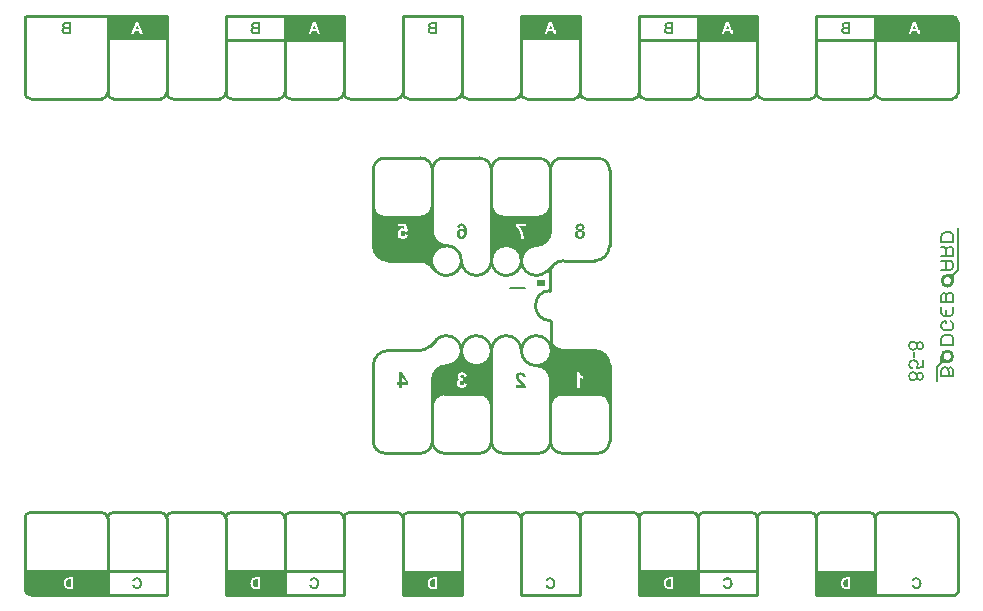
<source format=gbo>
G04*
G04 #@! TF.GenerationSoftware,Altium Limited,Altium Designer,24.6.1 (21)*
G04*
G04 Layer_Color=32896*
%FSLAX44Y44*%
%MOMM*%
G71*
G04*
G04 #@! TF.SameCoordinates,58C917F4-F435-4438-9918-92646441EF77*
G04*
G04*
G04 #@! TF.FilePolarity,Positive*
G04*
G01*
G75*
%ADD10C,0.2500*%
%ADD11C,0.2000*%
%ADD12C,0.2000*%
%ADD14R,0.7475X0.5975*%
%ADD26R,0.4750X0.2500*%
%ADD27R,0.3000X0.2500*%
%ADD28R,0.6250X0.2500*%
%ADD29R,0.4000X1.5750*%
%ADD30R,0.3750X0.5500*%
G36*
X625000Y-25000D02*
X575000D01*
Y-5000D01*
X625000D01*
Y-25000D01*
D02*
G37*
G36*
X350000Y-187300D02*
X350057Y-188466D01*
X350513Y-190755D01*
X351405Y-192910D01*
X352701Y-194849D01*
X354351Y-196499D01*
X356290Y-197795D01*
X358446Y-198688D01*
X360734Y-199143D01*
X361900Y-199200D01*
Y-199200D01*
X360655Y-199261D01*
X358214Y-199747D01*
X355913Y-200700D01*
X353843Y-202083D01*
X352083Y-203843D01*
X350700Y-205913D01*
X349747Y-208214D01*
X349504Y-209434D01*
Y-217360D01*
X349400D01*
X340488Y-212000D01*
X311449D01*
X308996Y-211512D01*
X306684Y-210555D01*
X304604Y-209165D01*
X302835Y-207396D01*
X301446Y-205316D01*
X300488Y-203004D01*
X300000Y-200551D01*
Y-199300D01*
X300000Y-167150D01*
X300038Y-167920D01*
X300338Y-169429D01*
X300927Y-170851D01*
X301782Y-172130D01*
X302870Y-173218D01*
X304150Y-174073D01*
X305571Y-174662D01*
X307081Y-174962D01*
X307850Y-175000D01*
X307850Y-175000D01*
X317000D01*
Y-175556D01*
X333000D01*
Y-175000D01*
X340000D01*
X340980Y-174952D01*
X342903Y-174569D01*
X344714Y-173819D01*
X346344Y-172730D01*
X347730Y-171344D01*
X348819Y-169714D01*
X349570Y-167903D01*
X349952Y-165980D01*
X350000Y-165000D01*
Y-165000D01*
X350000Y-187300D01*
D02*
G37*
G36*
X404000Y-173000D02*
X410000Y-175000D01*
X414000D01*
X413964Y-175677D01*
X435750D01*
X435741Y-175000D01*
X443665D01*
X450000Y-169000D01*
Y-175000D01*
X450500D01*
Y-186800D01*
X448500Y-193500D01*
X443500Y-198500D01*
X436079Y-199802D01*
X436059Y-198337D01*
X432000Y-200000D01*
X427000Y-204000D01*
X425400Y-211900D01*
X424000Y-206000D01*
X419989Y-201500D01*
X412700Y-199200D01*
X408000Y-200000D01*
X403000Y-204000D01*
X400000Y-209000D01*
Y-168000D01*
X404000Y-173000D01*
D02*
G37*
G36*
X376000Y-294000D02*
X380011Y-298500D01*
X387300Y-300800D01*
X392000Y-300000D01*
X397000Y-296000D01*
X400000Y-291000D01*
Y-332000D01*
X396000Y-327000D01*
X390000Y-325000D01*
X386000D01*
X386023Y-324564D01*
X364253D01*
X364259Y-325000D01*
X356335D01*
X350000Y-331000D01*
Y-325000D01*
X349500D01*
Y-313200D01*
X351500Y-306500D01*
X356500Y-301500D01*
X363921Y-300198D01*
X363938Y-301436D01*
X364496D01*
X368000Y-300000D01*
X373000Y-296000D01*
X374600Y-288100D01*
X376000Y-294000D01*
D02*
G37*
G36*
X454706Y-288000D02*
X488551D01*
X491004Y-288488D01*
X493316Y-289445D01*
X495396Y-290835D01*
X497165Y-292604D01*
X498555Y-294684D01*
X499512Y-296996D01*
X500000Y-299449D01*
Y-300700D01*
X500000Y-332850D01*
X499962Y-332081D01*
X499662Y-330571D01*
X499073Y-329150D01*
X498218Y-327870D01*
X497130Y-326782D01*
X495850Y-325927D01*
X494429Y-325338D01*
X492919Y-325038D01*
X492150Y-325000D01*
Y-325000D01*
X483000D01*
Y-324444D01*
X467000D01*
Y-325000D01*
X460000Y-325000D01*
X459020Y-325048D01*
X457097Y-325431D01*
X455286Y-326181D01*
X453656Y-327270D01*
X452270Y-328656D01*
X451181Y-330286D01*
X450431Y-332097D01*
X450048Y-334020D01*
X450000Y-335000D01*
X450000D01*
X450000Y-312700D01*
X449943Y-311534D01*
X449488Y-309246D01*
X448595Y-307090D01*
X447299Y-305151D01*
X445649Y-303501D01*
X443710Y-302205D01*
X441554Y-301312D01*
X439266Y-300857D01*
X438100Y-300800D01*
Y-300800D01*
X439345Y-300739D01*
X441787Y-300253D01*
X444087Y-299300D01*
X446157Y-297917D01*
X447917Y-296157D01*
X449300Y-294087D01*
X450253Y-291787D01*
X450739Y-289345D01*
X450500Y-282500D01*
X454706Y-288000D01*
D02*
G37*
G36*
X600056Y-480042D02*
X600416Y-480084D01*
X600735Y-480153D01*
X601054Y-480236D01*
X601331Y-480333D01*
X601609Y-480444D01*
X601844Y-480569D01*
X602066Y-480694D01*
X602274Y-480819D01*
X602441Y-480943D01*
X602593Y-481054D01*
X602718Y-481152D01*
X602815Y-481235D01*
X602885Y-481304D01*
X602926Y-481346D01*
X602940Y-481359D01*
X603162Y-481623D01*
X603342Y-481900D01*
X603509Y-482192D01*
X603647Y-482497D01*
X603772Y-482816D01*
X603869Y-483121D01*
X603952Y-483426D01*
X604022Y-483717D01*
X604077Y-484008D01*
X604105Y-484258D01*
X604133Y-484494D01*
X604160Y-484688D01*
Y-484854D01*
X604174Y-484979D01*
Y-485062D01*
Y-485076D01*
Y-485090D01*
X604160Y-485506D01*
X604119Y-485895D01*
X604063Y-486269D01*
X603980Y-486602D01*
X603897Y-486921D01*
X603786Y-487226D01*
X603675Y-487489D01*
X603564Y-487725D01*
X603453Y-487947D01*
X603342Y-488141D01*
X603231Y-488294D01*
X603148Y-488432D01*
X603065Y-488530D01*
X603009Y-488613D01*
X602968Y-488654D01*
X602954Y-488668D01*
X602718Y-488904D01*
X602469Y-489098D01*
X602205Y-489278D01*
X601942Y-489417D01*
X601678Y-489542D01*
X601415Y-489653D01*
X601165Y-489736D01*
X600929Y-489805D01*
X600693Y-489861D01*
X600485Y-489902D01*
X600291Y-489930D01*
X600139Y-489944D01*
X600000Y-489958D01*
X599903Y-489972D01*
X599820D01*
X599529Y-489958D01*
X599265Y-489944D01*
X599002Y-489902D01*
X598766Y-489847D01*
X598544Y-489791D01*
X598336Y-489736D01*
X598142Y-489667D01*
X597961Y-489584D01*
X597809Y-489514D01*
X597670Y-489445D01*
X597545Y-489389D01*
X597448Y-489334D01*
X597365Y-489278D01*
X597309Y-489237D01*
X597282Y-489223D01*
X597268Y-489209D01*
X597088Y-489057D01*
X596921Y-488890D01*
X596616Y-488516D01*
X596367Y-488127D01*
X596172Y-487753D01*
X596089Y-487573D01*
X596020Y-487406D01*
X595964Y-487254D01*
X595909Y-487129D01*
X595867Y-487018D01*
X595840Y-486935D01*
X595826Y-486879D01*
Y-486865D01*
X597712Y-486283D01*
X597823Y-486657D01*
X597948Y-486976D01*
X598072Y-487240D01*
X598211Y-487462D01*
X598322Y-487628D01*
X598419Y-487739D01*
X598488Y-487808D01*
X598516Y-487836D01*
X598738Y-488003D01*
X598960Y-488113D01*
X599182Y-488197D01*
X599376Y-488266D01*
X599556Y-488294D01*
X599709Y-488308D01*
X599764Y-488321D01*
X599834D01*
X600028Y-488308D01*
X600208Y-488294D01*
X600541Y-488197D01*
X600832Y-488086D01*
X601068Y-487933D01*
X601262Y-487794D01*
X601401Y-487683D01*
X601456Y-487628D01*
X601498Y-487586D01*
X601512Y-487573D01*
X601525Y-487559D01*
X601637Y-487406D01*
X601734Y-487226D01*
X601831Y-487032D01*
X601900Y-486824D01*
X602011Y-486394D01*
X602094Y-485964D01*
X602122Y-485756D01*
X602136Y-485575D01*
X602164Y-485395D01*
Y-485243D01*
X602177Y-485132D01*
Y-485035D01*
Y-484965D01*
Y-484951D01*
X602164Y-484632D01*
X602150Y-484341D01*
X602122Y-484078D01*
X602080Y-483828D01*
X602025Y-483606D01*
X601969Y-483398D01*
X601914Y-483218D01*
X601844Y-483051D01*
X601789Y-482913D01*
X601734Y-482788D01*
X601678Y-482691D01*
X601623Y-482608D01*
X601581Y-482538D01*
X601553Y-482497D01*
X601525Y-482469D01*
Y-482455D01*
X601401Y-482316D01*
X601262Y-482192D01*
X601123Y-482094D01*
X600971Y-482011D01*
X600680Y-481873D01*
X600402Y-481776D01*
X600166Y-481720D01*
X600056Y-481706D01*
X599972Y-481692D01*
X599889Y-481679D01*
X599792D01*
X599515Y-481692D01*
X599265Y-481748D01*
X599043Y-481817D01*
X598849Y-481900D01*
X598696Y-481984D01*
X598585Y-482053D01*
X598516Y-482108D01*
X598488Y-482122D01*
X598308Y-482289D01*
X598142Y-482483D01*
X598017Y-482677D01*
X597920Y-482871D01*
X597850Y-483038D01*
X597809Y-483162D01*
X597781Y-483218D01*
Y-483260D01*
X597767Y-483273D01*
Y-483287D01*
X595853Y-482830D01*
X595992Y-482427D01*
X596145Y-482081D01*
X596311Y-481776D01*
X596464Y-481526D01*
X596616Y-481332D01*
X596672Y-481249D01*
X596727Y-481179D01*
X596769Y-481138D01*
X596810Y-481096D01*
X596824Y-481068D01*
X596838D01*
X597046Y-480888D01*
X597282Y-480722D01*
X597504Y-480583D01*
X597739Y-480472D01*
X597989Y-480361D01*
X598225Y-480278D01*
X598461Y-480208D01*
X598683Y-480153D01*
X598890Y-480111D01*
X599085Y-480084D01*
X599251Y-480056D01*
X599404Y-480042D01*
X599529Y-480028D01*
X599695D01*
X600056Y-480042D01*
D02*
G37*
G36*
X250055D02*
X250416Y-480084D01*
X250735Y-480153D01*
X251054Y-480236D01*
X251331Y-480333D01*
X251609Y-480444D01*
X251845Y-480569D01*
X252066Y-480694D01*
X252274Y-480819D01*
X252441Y-480943D01*
X252593Y-481054D01*
X252718Y-481152D01*
X252815Y-481235D01*
X252885Y-481304D01*
X252926Y-481346D01*
X252940Y-481359D01*
X253162Y-481623D01*
X253342Y-481900D01*
X253509Y-482192D01*
X253647Y-482497D01*
X253772Y-482816D01*
X253869Y-483121D01*
X253953Y-483426D01*
X254022Y-483717D01*
X254077Y-484008D01*
X254105Y-484258D01*
X254133Y-484494D01*
X254160Y-484688D01*
Y-484854D01*
X254174Y-484979D01*
Y-485062D01*
Y-485076D01*
Y-485090D01*
X254160Y-485506D01*
X254119Y-485895D01*
X254063Y-486269D01*
X253980Y-486602D01*
X253897Y-486921D01*
X253786Y-487226D01*
X253675Y-487489D01*
X253564Y-487725D01*
X253453Y-487947D01*
X253342Y-488141D01*
X253231Y-488294D01*
X253148Y-488432D01*
X253065Y-488530D01*
X253009Y-488613D01*
X252968Y-488654D01*
X252954Y-488668D01*
X252718Y-488904D01*
X252468Y-489098D01*
X252205Y-489278D01*
X251942Y-489417D01*
X251678Y-489542D01*
X251415Y-489653D01*
X251165Y-489736D01*
X250929Y-489805D01*
X250693Y-489861D01*
X250485Y-489902D01*
X250291Y-489930D01*
X250139Y-489944D01*
X250000Y-489958D01*
X249903Y-489972D01*
X249820D01*
X249528Y-489958D01*
X249265Y-489944D01*
X249001Y-489902D01*
X248766Y-489847D01*
X248544Y-489791D01*
X248336Y-489736D01*
X248142Y-489667D01*
X247961Y-489584D01*
X247809Y-489514D01*
X247670Y-489445D01*
X247545Y-489389D01*
X247448Y-489334D01*
X247365Y-489278D01*
X247309Y-489237D01*
X247282Y-489223D01*
X247268Y-489209D01*
X247088Y-489057D01*
X246921Y-488890D01*
X246616Y-488516D01*
X246366Y-488127D01*
X246172Y-487753D01*
X246089Y-487573D01*
X246020Y-487406D01*
X245964Y-487254D01*
X245909Y-487129D01*
X245867Y-487018D01*
X245839Y-486935D01*
X245826Y-486879D01*
Y-486865D01*
X247712Y-486283D01*
X247823Y-486657D01*
X247947Y-486976D01*
X248072Y-487240D01*
X248211Y-487462D01*
X248322Y-487628D01*
X248419Y-487739D01*
X248488Y-487808D01*
X248516Y-487836D01*
X248738Y-488003D01*
X248960Y-488113D01*
X249182Y-488197D01*
X249376Y-488266D01*
X249556Y-488294D01*
X249709Y-488308D01*
X249764Y-488321D01*
X249834D01*
X250028Y-488308D01*
X250208Y-488294D01*
X250541Y-488197D01*
X250832Y-488086D01*
X251068Y-487933D01*
X251262Y-487794D01*
X251401Y-487683D01*
X251456Y-487628D01*
X251498Y-487586D01*
X251512Y-487573D01*
X251525Y-487559D01*
X251636Y-487406D01*
X251733Y-487226D01*
X251831Y-487032D01*
X251900Y-486824D01*
X252011Y-486394D01*
X252094Y-485964D01*
X252122Y-485756D01*
X252136Y-485575D01*
X252163Y-485395D01*
Y-485243D01*
X252177Y-485132D01*
Y-485035D01*
Y-484965D01*
Y-484951D01*
X252163Y-484632D01*
X252150Y-484341D01*
X252122Y-484078D01*
X252080Y-483828D01*
X252025Y-483606D01*
X251969Y-483398D01*
X251914Y-483218D01*
X251845Y-483051D01*
X251789Y-482913D01*
X251733Y-482788D01*
X251678Y-482691D01*
X251623Y-482608D01*
X251581Y-482538D01*
X251553Y-482497D01*
X251525Y-482469D01*
Y-482455D01*
X251401Y-482316D01*
X251262Y-482192D01*
X251123Y-482094D01*
X250971Y-482011D01*
X250679Y-481873D01*
X250402Y-481776D01*
X250166Y-481720D01*
X250055Y-481706D01*
X249972Y-481692D01*
X249889Y-481679D01*
X249792D01*
X249515Y-481692D01*
X249265Y-481748D01*
X249043Y-481817D01*
X248849Y-481900D01*
X248696Y-481984D01*
X248585Y-482053D01*
X248516Y-482108D01*
X248488Y-482122D01*
X248308Y-482289D01*
X248142Y-482483D01*
X248017Y-482677D01*
X247920Y-482871D01*
X247850Y-483038D01*
X247809Y-483162D01*
X247781Y-483218D01*
Y-483260D01*
X247767Y-483273D01*
Y-483287D01*
X245853Y-482830D01*
X245992Y-482427D01*
X246145Y-482081D01*
X246311Y-481776D01*
X246464Y-481526D01*
X246616Y-481332D01*
X246672Y-481249D01*
X246727Y-481179D01*
X246769Y-481138D01*
X246810Y-481096D01*
X246824Y-481068D01*
X246838D01*
X247046Y-480888D01*
X247282Y-480722D01*
X247504Y-480583D01*
X247739Y-480472D01*
X247989Y-480361D01*
X248225Y-480278D01*
X248461Y-480208D01*
X248682Y-480153D01*
X248890Y-480111D01*
X249085Y-480084D01*
X249251Y-480056D01*
X249404Y-480042D01*
X249528Y-480028D01*
X249695D01*
X250055Y-480042D01*
D02*
G37*
G36*
X75000Y-475000D02*
Y-495000D01*
X9000D01*
Y-475000D01*
X75000D01*
D02*
G37*
G36*
X425083Y-306575D02*
X425380Y-306593D01*
X425954Y-306686D01*
X426435Y-306834D01*
X426657Y-306908D01*
X426861Y-307001D01*
X427046Y-307075D01*
X427194Y-307167D01*
X427342Y-307241D01*
X427453Y-307297D01*
X427546Y-307371D01*
X427602Y-307408D01*
X427639Y-307426D01*
X427657Y-307445D01*
X427861Y-307630D01*
X428046Y-307815D01*
X428213Y-308038D01*
X428361Y-308278D01*
X428583Y-308760D01*
X428768Y-309223D01*
X428824Y-309463D01*
X428879Y-309667D01*
X428935Y-309852D01*
X428953Y-310019D01*
X428990Y-310167D01*
Y-310260D01*
X429009Y-310334D01*
Y-310352D01*
X426565Y-310593D01*
X426528Y-310222D01*
X426454Y-309908D01*
X426380Y-309630D01*
X426287Y-309426D01*
X426213Y-309260D01*
X426139Y-309149D01*
X426083Y-309074D01*
X426065Y-309056D01*
X425880Y-308908D01*
X425676Y-308797D01*
X425472Y-308704D01*
X425269Y-308649D01*
X425102Y-308612D01*
X424954Y-308593D01*
X424824D01*
X424546Y-308612D01*
X424306Y-308667D01*
X424102Y-308741D01*
X423917Y-308815D01*
X423787Y-308889D01*
X423676Y-308963D01*
X423620Y-309019D01*
X423602Y-309037D01*
X423454Y-309223D01*
X423343Y-309426D01*
X423269Y-309630D01*
X423213Y-309834D01*
X423176Y-310019D01*
X423158Y-310186D01*
Y-310278D01*
Y-310297D01*
Y-310315D01*
X423176Y-310593D01*
X423232Y-310852D01*
X423324Y-311111D01*
X423417Y-311334D01*
X423509Y-311537D01*
X423602Y-311685D01*
X423657Y-311778D01*
X423676Y-311815D01*
X423750Y-311926D01*
X423861Y-312056D01*
X424009Y-312222D01*
X424157Y-312370D01*
X424491Y-312722D01*
X424824Y-313074D01*
X425157Y-313407D01*
X425305Y-313556D01*
X425454Y-313667D01*
X425565Y-313778D01*
X425639Y-313852D01*
X425694Y-313907D01*
X425713Y-313926D01*
X426083Y-314278D01*
X426417Y-314611D01*
X426731Y-314926D01*
X427009Y-315203D01*
X427268Y-315481D01*
X427491Y-315741D01*
X427694Y-315963D01*
X427861Y-316185D01*
X428009Y-316370D01*
X428139Y-316537D01*
X428250Y-316666D01*
X428324Y-316796D01*
X428398Y-316870D01*
X428435Y-316944D01*
X428472Y-316981D01*
Y-317000D01*
X428713Y-317425D01*
X428898Y-317870D01*
X429046Y-318277D01*
X429157Y-318648D01*
X429231Y-318981D01*
X429249Y-319111D01*
X429268Y-319222D01*
X429287Y-319314D01*
X429305Y-319388D01*
Y-319425D01*
Y-319444D01*
X420695D01*
Y-317166D01*
X425583D01*
X425435Y-316926D01*
X425269Y-316722D01*
X425194Y-316629D01*
X425139Y-316555D01*
X425102Y-316518D01*
X425083Y-316500D01*
X425009Y-316426D01*
X424935Y-316333D01*
X424713Y-316129D01*
X424472Y-315889D01*
X424231Y-315648D01*
X423991Y-315426D01*
X423787Y-315240D01*
X423713Y-315166D01*
X423657Y-315111D01*
X423620Y-315092D01*
X423602Y-315074D01*
X423195Y-314685D01*
X422861Y-314370D01*
X422584Y-314074D01*
X422361Y-313852D01*
X422195Y-313667D01*
X422084Y-313537D01*
X422010Y-313444D01*
X421991Y-313426D01*
X421750Y-313111D01*
X421547Y-312815D01*
X421380Y-312537D01*
X421250Y-312296D01*
X421139Y-312093D01*
X421065Y-311926D01*
X421028Y-311833D01*
X421010Y-311796D01*
X420899Y-311500D01*
X420825Y-311204D01*
X420769Y-310926D01*
X420732Y-310667D01*
X420713Y-310463D01*
X420695Y-310297D01*
Y-310186D01*
Y-310149D01*
X420713Y-309871D01*
X420750Y-309593D01*
X420787Y-309334D01*
X420862Y-309093D01*
X421047Y-308667D01*
X421232Y-308297D01*
X421343Y-308130D01*
X421436Y-308001D01*
X421528Y-307871D01*
X421621Y-307778D01*
X421695Y-307704D01*
X421732Y-307630D01*
X421769Y-307612D01*
X421787Y-307593D01*
X421991Y-307408D01*
X422232Y-307241D01*
X422454Y-307112D01*
X422713Y-307001D01*
X423195Y-306815D01*
X423676Y-306686D01*
X423898Y-306649D01*
X424102Y-306612D01*
X424287Y-306593D01*
X424454Y-306575D01*
X424583Y-306556D01*
X424768D01*
X425083Y-306575D01*
D02*
G37*
G36*
X100056Y-480042D02*
X100416Y-480084D01*
X100735Y-480153D01*
X101054Y-480236D01*
X101331Y-480333D01*
X101609Y-480444D01*
X101845Y-480569D01*
X102066Y-480694D01*
X102274Y-480819D01*
X102441Y-480943D01*
X102593Y-481054D01*
X102718Y-481152D01*
X102815Y-481235D01*
X102885Y-481304D01*
X102926Y-481346D01*
X102940Y-481359D01*
X103162Y-481623D01*
X103342Y-481900D01*
X103509Y-482192D01*
X103647Y-482497D01*
X103772Y-482816D01*
X103869Y-483121D01*
X103953Y-483426D01*
X104022Y-483717D01*
X104077Y-484008D01*
X104105Y-484258D01*
X104133Y-484494D01*
X104160Y-484688D01*
Y-484854D01*
X104174Y-484979D01*
Y-485062D01*
Y-485076D01*
Y-485090D01*
X104160Y-485506D01*
X104119Y-485895D01*
X104063Y-486269D01*
X103980Y-486602D01*
X103897Y-486921D01*
X103786Y-487226D01*
X103675Y-487489D01*
X103564Y-487725D01*
X103453Y-487947D01*
X103342Y-488141D01*
X103231Y-488294D01*
X103148Y-488432D01*
X103065Y-488530D01*
X103009Y-488613D01*
X102968Y-488654D01*
X102954Y-488668D01*
X102718Y-488904D01*
X102469Y-489098D01*
X102205Y-489278D01*
X101942Y-489417D01*
X101678Y-489542D01*
X101415Y-489653D01*
X101165Y-489736D01*
X100929Y-489805D01*
X100693Y-489861D01*
X100485Y-489902D01*
X100291Y-489930D01*
X100139Y-489944D01*
X100000Y-489958D01*
X99903Y-489972D01*
X99820D01*
X99529Y-489958D01*
X99265Y-489944D01*
X99002Y-489902D01*
X98766Y-489847D01*
X98544Y-489791D01*
X98336Y-489736D01*
X98142Y-489667D01*
X97961Y-489584D01*
X97809Y-489514D01*
X97670Y-489445D01*
X97545Y-489389D01*
X97448Y-489334D01*
X97365Y-489278D01*
X97310Y-489237D01*
X97282Y-489223D01*
X97268Y-489209D01*
X97088Y-489057D01*
X96921Y-488890D01*
X96616Y-488516D01*
X96367Y-488127D01*
X96172Y-487753D01*
X96089Y-487573D01*
X96020Y-487406D01*
X95964Y-487254D01*
X95909Y-487129D01*
X95867Y-487018D01*
X95840Y-486935D01*
X95826Y-486879D01*
Y-486865D01*
X97712Y-486283D01*
X97823Y-486657D01*
X97948Y-486976D01*
X98072Y-487240D01*
X98211Y-487462D01*
X98322Y-487628D01*
X98419Y-487739D01*
X98488Y-487808D01*
X98516Y-487836D01*
X98738Y-488003D01*
X98960Y-488113D01*
X99182Y-488197D01*
X99376Y-488266D01*
X99556Y-488294D01*
X99709Y-488308D01*
X99764Y-488321D01*
X99834D01*
X100028Y-488308D01*
X100208Y-488294D01*
X100541Y-488197D01*
X100832Y-488086D01*
X101068Y-487933D01*
X101262Y-487794D01*
X101401Y-487683D01*
X101456Y-487628D01*
X101498Y-487586D01*
X101512Y-487573D01*
X101525Y-487559D01*
X101636Y-487406D01*
X101734Y-487226D01*
X101831Y-487032D01*
X101900Y-486824D01*
X102011Y-486394D01*
X102094Y-485964D01*
X102122Y-485756D01*
X102136Y-485575D01*
X102163Y-485395D01*
Y-485243D01*
X102177Y-485132D01*
Y-485035D01*
Y-484965D01*
Y-484951D01*
X102163Y-484632D01*
X102150Y-484341D01*
X102122Y-484078D01*
X102080Y-483828D01*
X102025Y-483606D01*
X101969Y-483398D01*
X101914Y-483218D01*
X101845Y-483051D01*
X101789Y-482913D01*
X101734Y-482788D01*
X101678Y-482691D01*
X101623Y-482608D01*
X101581Y-482538D01*
X101553Y-482497D01*
X101525Y-482469D01*
Y-482455D01*
X101401Y-482316D01*
X101262Y-482192D01*
X101123Y-482094D01*
X100971Y-482011D01*
X100680Y-481873D01*
X100402Y-481776D01*
X100166Y-481720D01*
X100056Y-481706D01*
X99972Y-481692D01*
X99889Y-481679D01*
X99792D01*
X99515Y-481692D01*
X99265Y-481748D01*
X99043Y-481817D01*
X98849Y-481900D01*
X98696Y-481984D01*
X98585Y-482053D01*
X98516Y-482108D01*
X98488Y-482122D01*
X98308Y-482289D01*
X98142Y-482483D01*
X98017Y-482677D01*
X97920Y-482871D01*
X97850Y-483038D01*
X97809Y-483162D01*
X97781Y-483218D01*
Y-483260D01*
X97767Y-483273D01*
Y-483287D01*
X95853Y-482830D01*
X95992Y-482427D01*
X96145Y-482081D01*
X96311Y-481776D01*
X96464Y-481526D01*
X96616Y-481332D01*
X96672Y-481249D01*
X96727Y-481179D01*
X96769Y-481138D01*
X96810Y-481096D01*
X96824Y-481068D01*
X96838D01*
X97046Y-480888D01*
X97282Y-480722D01*
X97504Y-480583D01*
X97739Y-480472D01*
X97989Y-480361D01*
X98225Y-480278D01*
X98461Y-480208D01*
X98682Y-480153D01*
X98890Y-480111D01*
X99085Y-480084D01*
X99251Y-480056D01*
X99404Y-480042D01*
X99529Y-480028D01*
X99695D01*
X100056Y-480042D01*
D02*
G37*
G36*
X704021Y-19803D02*
X700431D01*
X700122Y-19794D01*
X699606D01*
X699391Y-19785D01*
X699203D01*
X699035Y-19775D01*
X698894D01*
X698772Y-19766D01*
X698669D01*
X698585Y-19757D01*
X698519D01*
X698472Y-19747D01*
X698416D01*
X698135Y-19700D01*
X697891Y-19635D01*
X697666Y-19560D01*
X697479Y-19485D01*
X697404Y-19447D01*
X697329Y-19410D01*
X697263Y-19372D01*
X697216Y-19344D01*
X697179Y-19325D01*
X697151Y-19307D01*
X697132Y-19288D01*
X697123D01*
X696935Y-19138D01*
X696767Y-18979D01*
X696626Y-18819D01*
X696504Y-18660D01*
X696410Y-18519D01*
X696373Y-18454D01*
X696345Y-18407D01*
X696317Y-18360D01*
X696298Y-18332D01*
X696289Y-18313D01*
Y-18304D01*
X696185Y-18069D01*
X696110Y-17835D01*
X696054Y-17620D01*
X696017Y-17432D01*
X695998Y-17263D01*
X695989Y-17198D01*
X695979Y-17142D01*
Y-17095D01*
Y-17057D01*
Y-17039D01*
Y-17029D01*
X695989Y-16879D01*
X695998Y-16729D01*
X696054Y-16448D01*
X696129Y-16204D01*
X696176Y-16092D01*
X696214Y-15998D01*
X696260Y-15904D01*
X696307Y-15820D01*
X696345Y-15754D01*
X696382Y-15698D01*
X696410Y-15651D01*
X696439Y-15614D01*
X696448Y-15595D01*
X696457Y-15586D01*
X696551Y-15473D01*
X696645Y-15370D01*
X696860Y-15183D01*
X697085Y-15033D01*
X697301Y-14911D01*
X697498Y-14817D01*
X697582Y-14780D01*
X697657Y-14752D01*
X697713Y-14733D01*
X697760Y-14714D01*
X697788Y-14705D01*
X697797D01*
X697582Y-14583D01*
X697385Y-14452D01*
X697216Y-14311D01*
X697076Y-14180D01*
X696963Y-14058D01*
X696879Y-13955D01*
X696851Y-13917D01*
X696832Y-13889D01*
X696813Y-13871D01*
Y-13861D01*
X696692Y-13646D01*
X696598Y-13430D01*
X696532Y-13224D01*
X696495Y-13027D01*
X696467Y-12868D01*
X696457Y-12793D01*
Y-12737D01*
X696448Y-12690D01*
Y-12652D01*
Y-12633D01*
Y-12624D01*
X696457Y-12399D01*
X696495Y-12184D01*
X696542Y-11996D01*
X696598Y-11827D01*
X696654Y-11687D01*
X696682Y-11631D01*
X696701Y-11584D01*
X696720Y-11546D01*
X696738Y-11518D01*
X696748Y-11509D01*
Y-11499D01*
X696860Y-11321D01*
X696982Y-11162D01*
X697113Y-11021D01*
X697226Y-10909D01*
X697329Y-10815D01*
X697413Y-10749D01*
X697469Y-10703D01*
X697479Y-10693D01*
X697488D01*
X697657Y-10590D01*
X697835Y-10506D01*
X697994Y-10440D01*
X698154Y-10384D01*
X698294Y-10346D01*
X698397Y-10318D01*
X698435Y-10309D01*
X698463Y-10300D01*
X698491D01*
X698604Y-10281D01*
X698725Y-10262D01*
X698988Y-10243D01*
X699269Y-10225D01*
X699550Y-10206D01*
X699794D01*
X699906Y-10196D01*
X704021D01*
Y-19803D01*
D02*
G37*
G36*
X44021D02*
X40431D01*
X40122Y-19794D01*
X39606D01*
X39391Y-19785D01*
X39203D01*
X39035Y-19775D01*
X38894D01*
X38772Y-19766D01*
X38669D01*
X38585Y-19757D01*
X38519D01*
X38472Y-19747D01*
X38416D01*
X38135Y-19700D01*
X37891Y-19635D01*
X37666Y-19560D01*
X37479Y-19485D01*
X37404Y-19447D01*
X37329Y-19410D01*
X37263Y-19372D01*
X37216Y-19344D01*
X37179Y-19325D01*
X37151Y-19307D01*
X37132Y-19288D01*
X37123D01*
X36935Y-19138D01*
X36767Y-18979D01*
X36626Y-18819D01*
X36504Y-18660D01*
X36410Y-18519D01*
X36373Y-18454D01*
X36345Y-18407D01*
X36317Y-18360D01*
X36298Y-18332D01*
X36288Y-18313D01*
Y-18304D01*
X36185Y-18069D01*
X36110Y-17835D01*
X36054Y-17620D01*
X36017Y-17432D01*
X35998Y-17263D01*
X35989Y-17198D01*
X35979Y-17142D01*
Y-17095D01*
Y-17057D01*
Y-17039D01*
Y-17029D01*
X35989Y-16879D01*
X35998Y-16729D01*
X36054Y-16448D01*
X36129Y-16204D01*
X36176Y-16092D01*
X36214Y-15998D01*
X36260Y-15904D01*
X36307Y-15820D01*
X36345Y-15754D01*
X36382Y-15698D01*
X36410Y-15651D01*
X36438Y-15614D01*
X36448Y-15595D01*
X36457Y-15586D01*
X36551Y-15473D01*
X36645Y-15370D01*
X36860Y-15183D01*
X37085Y-15033D01*
X37301Y-14911D01*
X37497Y-14817D01*
X37582Y-14780D01*
X37657Y-14752D01*
X37713Y-14733D01*
X37760Y-14714D01*
X37788Y-14705D01*
X37798D01*
X37582Y-14583D01*
X37385Y-14452D01*
X37216Y-14311D01*
X37076Y-14180D01*
X36963Y-14058D01*
X36879Y-13955D01*
X36851Y-13917D01*
X36832Y-13889D01*
X36813Y-13871D01*
Y-13861D01*
X36692Y-13646D01*
X36598Y-13430D01*
X36532Y-13224D01*
X36495Y-13027D01*
X36467Y-12868D01*
X36457Y-12793D01*
Y-12737D01*
X36448Y-12690D01*
Y-12652D01*
Y-12633D01*
Y-12624D01*
X36457Y-12399D01*
X36495Y-12184D01*
X36542Y-11996D01*
X36598Y-11827D01*
X36654Y-11687D01*
X36682Y-11631D01*
X36701Y-11584D01*
X36720Y-11546D01*
X36738Y-11518D01*
X36748Y-11509D01*
Y-11499D01*
X36860Y-11321D01*
X36982Y-11162D01*
X37113Y-11021D01*
X37226Y-10909D01*
X37329Y-10815D01*
X37413Y-10749D01*
X37469Y-10703D01*
X37479Y-10693D01*
X37488D01*
X37657Y-10590D01*
X37835Y-10506D01*
X37994Y-10440D01*
X38154Y-10384D01*
X38294Y-10346D01*
X38397Y-10318D01*
X38435Y-10309D01*
X38463Y-10300D01*
X38491D01*
X38603Y-10281D01*
X38725Y-10262D01*
X38988Y-10243D01*
X39269Y-10225D01*
X39550Y-10206D01*
X39794D01*
X39906Y-10196D01*
X44021D01*
Y-19803D01*
D02*
G37*
G36*
X760055Y-480042D02*
X760416Y-480084D01*
X760735Y-480153D01*
X761054Y-480236D01*
X761331Y-480333D01*
X761609Y-480444D01*
X761844Y-480569D01*
X762066Y-480694D01*
X762274Y-480819D01*
X762441Y-480943D01*
X762593Y-481054D01*
X762718Y-481152D01*
X762815Y-481235D01*
X762885Y-481304D01*
X762926Y-481346D01*
X762940Y-481359D01*
X763162Y-481623D01*
X763342Y-481900D01*
X763509Y-482192D01*
X763647Y-482497D01*
X763772Y-482816D01*
X763869Y-483121D01*
X763952Y-483426D01*
X764022Y-483717D01*
X764077Y-484008D01*
X764105Y-484258D01*
X764133Y-484494D01*
X764161Y-484688D01*
Y-484854D01*
X764174Y-484979D01*
Y-485062D01*
Y-485076D01*
Y-485090D01*
X764161Y-485506D01*
X764119Y-485895D01*
X764063Y-486269D01*
X763980Y-486602D01*
X763897Y-486921D01*
X763786Y-487226D01*
X763675Y-487489D01*
X763564Y-487725D01*
X763453Y-487947D01*
X763342Y-488141D01*
X763231Y-488294D01*
X763148Y-488432D01*
X763065Y-488530D01*
X763009Y-488613D01*
X762968Y-488654D01*
X762954Y-488668D01*
X762718Y-488904D01*
X762469Y-489098D01*
X762205Y-489278D01*
X761942Y-489417D01*
X761678Y-489542D01*
X761415Y-489653D01*
X761165Y-489736D01*
X760929Y-489805D01*
X760693Y-489861D01*
X760485Y-489902D01*
X760291Y-489930D01*
X760139Y-489944D01*
X760000Y-489958D01*
X759903Y-489972D01*
X759820D01*
X759529Y-489958D01*
X759265Y-489944D01*
X759001Y-489902D01*
X758766Y-489847D01*
X758544Y-489791D01*
X758336Y-489736D01*
X758142Y-489667D01*
X757961Y-489584D01*
X757809Y-489514D01*
X757670Y-489445D01*
X757545Y-489389D01*
X757448Y-489334D01*
X757365Y-489278D01*
X757309Y-489237D01*
X757282Y-489223D01*
X757268Y-489209D01*
X757088Y-489057D01*
X756921Y-488890D01*
X756616Y-488516D01*
X756367Y-488127D01*
X756172Y-487753D01*
X756089Y-487573D01*
X756020Y-487406D01*
X755964Y-487254D01*
X755909Y-487129D01*
X755867Y-487018D01*
X755839Y-486935D01*
X755826Y-486879D01*
Y-486865D01*
X757712Y-486283D01*
X757823Y-486657D01*
X757947Y-486976D01*
X758072Y-487240D01*
X758211Y-487462D01*
X758322Y-487628D01*
X758419Y-487739D01*
X758488Y-487808D01*
X758516Y-487836D01*
X758738Y-488003D01*
X758960Y-488113D01*
X759182Y-488197D01*
X759376Y-488266D01*
X759556Y-488294D01*
X759709Y-488308D01*
X759764Y-488321D01*
X759834D01*
X760028Y-488308D01*
X760208Y-488294D01*
X760541Y-488197D01*
X760832Y-488086D01*
X761068Y-487933D01*
X761262Y-487794D01*
X761401Y-487683D01*
X761456Y-487628D01*
X761498Y-487586D01*
X761512Y-487573D01*
X761525Y-487559D01*
X761636Y-487406D01*
X761733Y-487226D01*
X761831Y-487032D01*
X761900Y-486824D01*
X762011Y-486394D01*
X762094Y-485964D01*
X762122Y-485756D01*
X762136Y-485575D01*
X762163Y-485395D01*
Y-485243D01*
X762177Y-485132D01*
Y-485035D01*
Y-484965D01*
Y-484951D01*
X762163Y-484632D01*
X762150Y-484341D01*
X762122Y-484078D01*
X762080Y-483828D01*
X762025Y-483606D01*
X761969Y-483398D01*
X761914Y-483218D01*
X761844Y-483051D01*
X761789Y-482913D01*
X761733Y-482788D01*
X761678Y-482691D01*
X761623Y-482608D01*
X761581Y-482538D01*
X761553Y-482497D01*
X761525Y-482469D01*
Y-482455D01*
X761401Y-482316D01*
X761262Y-482192D01*
X761123Y-482094D01*
X760971Y-482011D01*
X760679Y-481873D01*
X760402Y-481776D01*
X760166Y-481720D01*
X760055Y-481706D01*
X759972Y-481692D01*
X759889Y-481679D01*
X759792D01*
X759515Y-481692D01*
X759265Y-481748D01*
X759043Y-481817D01*
X758849Y-481900D01*
X758696Y-481984D01*
X758585Y-482053D01*
X758516Y-482108D01*
X758488Y-482122D01*
X758308Y-482289D01*
X758142Y-482483D01*
X758017Y-482677D01*
X757920Y-482871D01*
X757850Y-483038D01*
X757809Y-483162D01*
X757781Y-483218D01*
Y-483260D01*
X757767Y-483273D01*
Y-483287D01*
X755853Y-482830D01*
X755992Y-482427D01*
X756145Y-482081D01*
X756311Y-481776D01*
X756463Y-481526D01*
X756616Y-481332D01*
X756672Y-481249D01*
X756727Y-481179D01*
X756769Y-481138D01*
X756810Y-481096D01*
X756824Y-481068D01*
X756838D01*
X757046Y-480888D01*
X757282Y-480722D01*
X757504Y-480583D01*
X757739Y-480472D01*
X757989Y-480361D01*
X758225Y-480278D01*
X758461Y-480208D01*
X758682Y-480153D01*
X758891Y-480111D01*
X759085Y-480084D01*
X759251Y-480056D01*
X759404Y-480042D01*
X759529Y-480028D01*
X759695D01*
X760055Y-480042D01*
D02*
G37*
G36*
X554021Y-19803D02*
X550431D01*
X550122Y-19794D01*
X549606D01*
X549391Y-19785D01*
X549203D01*
X549035Y-19775D01*
X548894D01*
X548772Y-19766D01*
X548669D01*
X548585Y-19757D01*
X548519D01*
X548472Y-19747D01*
X548416D01*
X548135Y-19700D01*
X547891Y-19635D01*
X547666Y-19560D01*
X547479Y-19485D01*
X547404Y-19447D01*
X547329Y-19410D01*
X547263Y-19372D01*
X547216Y-19344D01*
X547179Y-19325D01*
X547151Y-19307D01*
X547132Y-19288D01*
X547123D01*
X546935Y-19138D01*
X546767Y-18979D01*
X546626Y-18819D01*
X546504Y-18660D01*
X546410Y-18519D01*
X546373Y-18454D01*
X546345Y-18407D01*
X546317Y-18360D01*
X546298Y-18332D01*
X546288Y-18313D01*
Y-18304D01*
X546185Y-18069D01*
X546110Y-17835D01*
X546054Y-17620D01*
X546017Y-17432D01*
X545998Y-17263D01*
X545989Y-17198D01*
X545979Y-17142D01*
Y-17095D01*
Y-17057D01*
Y-17039D01*
Y-17029D01*
X545989Y-16879D01*
X545998Y-16729D01*
X546054Y-16448D01*
X546129Y-16204D01*
X546176Y-16092D01*
X546213Y-15998D01*
X546260Y-15904D01*
X546307Y-15820D01*
X546345Y-15754D01*
X546382Y-15698D01*
X546410Y-15651D01*
X546438Y-15614D01*
X546448Y-15595D01*
X546457Y-15586D01*
X546551Y-15473D01*
X546645Y-15370D01*
X546860Y-15183D01*
X547085Y-15033D01*
X547301Y-14911D01*
X547498Y-14817D01*
X547582Y-14780D01*
X547657Y-14752D01*
X547713Y-14733D01*
X547760Y-14714D01*
X547788Y-14705D01*
X547798D01*
X547582Y-14583D01*
X547385Y-14452D01*
X547216Y-14311D01*
X547076Y-14180D01*
X546963Y-14058D01*
X546879Y-13955D01*
X546851Y-13917D01*
X546832Y-13889D01*
X546813Y-13871D01*
Y-13861D01*
X546692Y-13646D01*
X546598Y-13430D01*
X546532Y-13224D01*
X546495Y-13027D01*
X546467Y-12868D01*
X546457Y-12793D01*
Y-12737D01*
X546448Y-12690D01*
Y-12652D01*
Y-12633D01*
Y-12624D01*
X546457Y-12399D01*
X546495Y-12184D01*
X546542Y-11996D01*
X546598Y-11827D01*
X546654Y-11687D01*
X546682Y-11631D01*
X546701Y-11584D01*
X546720Y-11546D01*
X546738Y-11518D01*
X546748Y-11509D01*
Y-11499D01*
X546860Y-11321D01*
X546982Y-11162D01*
X547113Y-11021D01*
X547226Y-10909D01*
X547329Y-10815D01*
X547413Y-10749D01*
X547469Y-10703D01*
X547479Y-10693D01*
X547488D01*
X547657Y-10590D01*
X547835Y-10506D01*
X547994Y-10440D01*
X548154Y-10384D01*
X548294Y-10346D01*
X548397Y-10318D01*
X548435Y-10309D01*
X548463Y-10300D01*
X548491D01*
X548604Y-10281D01*
X548725Y-10262D01*
X548988Y-10243D01*
X549269Y-10225D01*
X549550Y-10206D01*
X549794D01*
X549906Y-10196D01*
X554021D01*
Y-19803D01*
D02*
G37*
G36*
X475389Y-180454D02*
X475704Y-180473D01*
X476000Y-180529D01*
X476278Y-180584D01*
X476537Y-180658D01*
X476778Y-180732D01*
X476981Y-180825D01*
X477166Y-180899D01*
X477352Y-180991D01*
X477500Y-181084D01*
X477611Y-181158D01*
X477722Y-181232D01*
X477796Y-181288D01*
X477852Y-181343D01*
X477889Y-181362D01*
X477907Y-181380D01*
X478074Y-181565D01*
X478240Y-181751D01*
X478370Y-181954D01*
X478481Y-182139D01*
X478666Y-182547D01*
X478777Y-182917D01*
X478852Y-183250D01*
X478870Y-183398D01*
X478889Y-183510D01*
X478907Y-183621D01*
Y-183695D01*
Y-183732D01*
Y-183750D01*
X478889Y-184065D01*
X478833Y-184343D01*
X478777Y-184621D01*
X478685Y-184843D01*
X478611Y-185047D01*
X478555Y-185176D01*
X478500Y-185269D01*
X478481Y-185306D01*
X478296Y-185546D01*
X478074Y-185769D01*
X477852Y-185954D01*
X477611Y-186120D01*
X477407Y-186232D01*
X477240Y-186324D01*
X477129Y-186380D01*
X477111Y-186398D01*
X477092D01*
X477481Y-186602D01*
X477815Y-186806D01*
X478092Y-187028D01*
X478315Y-187250D01*
X478500Y-187454D01*
X478629Y-187602D01*
X478703Y-187713D01*
X478722Y-187731D01*
Y-187750D01*
X478889Y-188083D01*
X479018Y-188417D01*
X479092Y-188750D01*
X479166Y-189046D01*
X479203Y-189287D01*
X479222Y-189491D01*
Y-189565D01*
Y-189620D01*
Y-189657D01*
Y-189676D01*
X479203Y-190028D01*
X479166Y-190342D01*
X479092Y-190657D01*
X479000Y-190935D01*
X478907Y-191213D01*
X478796Y-191453D01*
X478666Y-191675D01*
X478537Y-191879D01*
X478407Y-192046D01*
X478278Y-192212D01*
X478166Y-192342D01*
X478074Y-192453D01*
X477981Y-192546D01*
X477907Y-192601D01*
X477870Y-192638D01*
X477852Y-192657D01*
X477629Y-192824D01*
X477389Y-192953D01*
X477148Y-193083D01*
X476907Y-193175D01*
X476426Y-193342D01*
X475963Y-193453D01*
X475741Y-193490D01*
X475555Y-193509D01*
X475389Y-193527D01*
X475241Y-193546D01*
X475111Y-193564D01*
X474944D01*
X474593Y-193546D01*
X474278Y-193509D01*
X473963Y-193453D01*
X473667Y-193398D01*
X473408Y-193305D01*
X473167Y-193212D01*
X472926Y-193120D01*
X472723Y-193009D01*
X472537Y-192898D01*
X472389Y-192805D01*
X472241Y-192712D01*
X472130Y-192620D01*
X472037Y-192564D01*
X471982Y-192509D01*
X471945Y-192472D01*
X471926Y-192453D01*
X471723Y-192231D01*
X471556Y-192009D01*
X471389Y-191768D01*
X471260Y-191527D01*
X471149Y-191287D01*
X471056Y-191046D01*
X470926Y-190583D01*
X470871Y-190379D01*
X470834Y-190194D01*
X470815Y-190009D01*
X470797Y-189861D01*
X470778Y-189731D01*
Y-189639D01*
Y-189583D01*
Y-189565D01*
X470797Y-189176D01*
X470871Y-188824D01*
X470945Y-188491D01*
X471056Y-188213D01*
X471149Y-187991D01*
X471241Y-187824D01*
X471315Y-187713D01*
X471334Y-187676D01*
X471556Y-187380D01*
X471815Y-187120D01*
X472093Y-186898D01*
X472352Y-186731D01*
X472593Y-186583D01*
X472778Y-186472D01*
X472852Y-186435D01*
X472908Y-186417D01*
X472945Y-186398D01*
X472963D01*
X472667Y-186250D01*
X472408Y-186083D01*
X472186Y-185917D01*
X472000Y-185732D01*
X471852Y-185583D01*
X471760Y-185454D01*
X471686Y-185380D01*
X471667Y-185343D01*
X471500Y-185065D01*
X471389Y-184787D01*
X471297Y-184528D01*
X471241Y-184287D01*
X471204Y-184065D01*
X471186Y-183899D01*
Y-183787D01*
Y-183769D01*
Y-183750D01*
X471204Y-183491D01*
X471223Y-183232D01*
X471352Y-182769D01*
X471500Y-182380D01*
X471686Y-182028D01*
X471889Y-181751D01*
X471963Y-181639D01*
X472037Y-181547D01*
X472112Y-181473D01*
X472167Y-181417D01*
X472186Y-181399D01*
X472204Y-181380D01*
X472408Y-181214D01*
X472611Y-181065D01*
X472852Y-180936D01*
X473074Y-180825D01*
X473556Y-180658D01*
X474019Y-180547D01*
X474222Y-180510D01*
X474426Y-180491D01*
X474593Y-180473D01*
X474759Y-180454D01*
X474870Y-180436D01*
X475056D01*
X475389Y-180454D01*
D02*
G37*
G36*
X204021Y-19803D02*
X200431D01*
X200122Y-19794D01*
X199606D01*
X199391Y-19785D01*
X199203D01*
X199035Y-19775D01*
X198894D01*
X198772Y-19766D01*
X198669D01*
X198585Y-19757D01*
X198519D01*
X198472Y-19747D01*
X198416D01*
X198135Y-19700D01*
X197891Y-19635D01*
X197666Y-19560D01*
X197479Y-19485D01*
X197404Y-19447D01*
X197329Y-19410D01*
X197263Y-19372D01*
X197216Y-19344D01*
X197179Y-19325D01*
X197151Y-19307D01*
X197132Y-19288D01*
X197123D01*
X196935Y-19138D01*
X196766Y-18979D01*
X196626Y-18819D01*
X196504Y-18660D01*
X196410Y-18519D01*
X196373Y-18454D01*
X196345Y-18407D01*
X196317Y-18360D01*
X196298Y-18332D01*
X196289Y-18313D01*
Y-18304D01*
X196185Y-18069D01*
X196110Y-17835D01*
X196054Y-17620D01*
X196017Y-17432D01*
X195998Y-17263D01*
X195989Y-17198D01*
X195979Y-17142D01*
Y-17095D01*
Y-17057D01*
Y-17039D01*
Y-17029D01*
X195989Y-16879D01*
X195998Y-16729D01*
X196054Y-16448D01*
X196129Y-16204D01*
X196176Y-16092D01*
X196213Y-15998D01*
X196260Y-15904D01*
X196307Y-15820D01*
X196345Y-15754D01*
X196382Y-15698D01*
X196410Y-15651D01*
X196438Y-15614D01*
X196448Y-15595D01*
X196457Y-15586D01*
X196551Y-15473D01*
X196645Y-15370D01*
X196860Y-15183D01*
X197085Y-15033D01*
X197301Y-14911D01*
X197498Y-14817D01*
X197582Y-14780D01*
X197657Y-14752D01*
X197713Y-14733D01*
X197760Y-14714D01*
X197788Y-14705D01*
X197797D01*
X197582Y-14583D01*
X197385Y-14452D01*
X197216Y-14311D01*
X197076Y-14180D01*
X196963Y-14058D01*
X196879Y-13955D01*
X196851Y-13917D01*
X196832Y-13889D01*
X196813Y-13871D01*
Y-13861D01*
X196691Y-13646D01*
X196598Y-13430D01*
X196532Y-13224D01*
X196495Y-13027D01*
X196467Y-12868D01*
X196457Y-12793D01*
Y-12737D01*
X196448Y-12690D01*
Y-12652D01*
Y-12633D01*
Y-12624D01*
X196457Y-12399D01*
X196495Y-12184D01*
X196542Y-11996D01*
X196598Y-11827D01*
X196654Y-11687D01*
X196682Y-11631D01*
X196701Y-11584D01*
X196720Y-11546D01*
X196738Y-11518D01*
X196748Y-11509D01*
Y-11499D01*
X196860Y-11321D01*
X196982Y-11162D01*
X197113Y-11021D01*
X197226Y-10909D01*
X197329Y-10815D01*
X197413Y-10749D01*
X197469Y-10703D01*
X197479Y-10693D01*
X197488D01*
X197657Y-10590D01*
X197835Y-10506D01*
X197994Y-10440D01*
X198154Y-10384D01*
X198294Y-10346D01*
X198397Y-10318D01*
X198435Y-10309D01*
X198463Y-10300D01*
X198491D01*
X198603Y-10281D01*
X198725Y-10262D01*
X198988Y-10243D01*
X199269Y-10225D01*
X199550Y-10206D01*
X199794D01*
X199906Y-10196D01*
X204021D01*
Y-19803D01*
D02*
G37*
G36*
X329611Y-314731D02*
Y-316861D01*
X324352D01*
Y-319435D01*
X321982D01*
Y-316861D01*
X320389D01*
Y-314713D01*
X321982D01*
Y-306565D01*
X324056D01*
X329611Y-314731D01*
D02*
G37*
G36*
X225000Y-475000D02*
Y-495000D01*
X175000D01*
Y-475000D01*
X225000D01*
D02*
G37*
G36*
X374991Y-180454D02*
X375343Y-180510D01*
X375694Y-180584D01*
X376009Y-180677D01*
X376306Y-180806D01*
X376602Y-180936D01*
X376842Y-181084D01*
X377083Y-181214D01*
X377287Y-181362D01*
X377472Y-181510D01*
X377620Y-181639D01*
X377750Y-181769D01*
X377861Y-181862D01*
X377935Y-181936D01*
X377972Y-181991D01*
X377990Y-182010D01*
X378213Y-182325D01*
X378416Y-182676D01*
X378583Y-183065D01*
X378731Y-183454D01*
X378861Y-183880D01*
X378972Y-184306D01*
X379064Y-184732D01*
X379120Y-185139D01*
X379175Y-185528D01*
X379213Y-185898D01*
X379250Y-186232D01*
X379268Y-186528D01*
X379287Y-186769D01*
Y-186954D01*
Y-187009D01*
Y-187065D01*
Y-187083D01*
Y-187102D01*
X379268Y-187731D01*
X379231Y-188305D01*
X379175Y-188842D01*
X379083Y-189324D01*
X378990Y-189787D01*
X378898Y-190194D01*
X378787Y-190546D01*
X378657Y-190879D01*
X378546Y-191157D01*
X378435Y-191398D01*
X378342Y-191601D01*
X378231Y-191768D01*
X378157Y-191898D01*
X378102Y-191990D01*
X378064Y-192046D01*
X378046Y-192064D01*
X377805Y-192323D01*
X377546Y-192564D01*
X377287Y-192768D01*
X377009Y-192935D01*
X376750Y-193083D01*
X376472Y-193194D01*
X376213Y-193305D01*
X375972Y-193379D01*
X375732Y-193435D01*
X375528Y-193490D01*
X375324Y-193509D01*
X375157Y-193546D01*
X375028D01*
X374935Y-193564D01*
X374843D01*
X374509Y-193546D01*
X374195Y-193509D01*
X373898Y-193453D01*
X373621Y-193379D01*
X373343Y-193286D01*
X373102Y-193194D01*
X372880Y-193083D01*
X372676Y-192972D01*
X372491Y-192861D01*
X372343Y-192749D01*
X372195Y-192657D01*
X372084Y-192564D01*
X371991Y-192490D01*
X371936Y-192435D01*
X371898Y-192398D01*
X371880Y-192379D01*
X371676Y-192157D01*
X371491Y-191898D01*
X371343Y-191638D01*
X371213Y-191379D01*
X371084Y-191120D01*
X370991Y-190861D01*
X370862Y-190342D01*
X370806Y-190120D01*
X370769Y-189898D01*
X370751Y-189713D01*
X370732Y-189546D01*
X370714Y-189398D01*
Y-189305D01*
Y-189231D01*
Y-189213D01*
X370732Y-188861D01*
X370769Y-188546D01*
X370825Y-188231D01*
X370880Y-187954D01*
X370973Y-187676D01*
X371065Y-187435D01*
X371158Y-187194D01*
X371269Y-186991D01*
X371380Y-186806D01*
X371473Y-186639D01*
X371565Y-186509D01*
X371658Y-186380D01*
X371713Y-186287D01*
X371769Y-186232D01*
X371806Y-186194D01*
X371824Y-186176D01*
X372028Y-185972D01*
X372250Y-185787D01*
X372472Y-185620D01*
X372695Y-185491D01*
X372917Y-185380D01*
X373139Y-185287D01*
X373546Y-185139D01*
X373732Y-185084D01*
X373917Y-185047D01*
X374065Y-185028D01*
X374195Y-185009D01*
X374306Y-184991D01*
X374454D01*
X374713Y-185009D01*
X374954Y-185047D01*
X375176Y-185084D01*
X375398Y-185158D01*
X375787Y-185343D01*
X376120Y-185528D01*
X376380Y-185732D01*
X376491Y-185824D01*
X376583Y-185917D01*
X376657Y-185991D01*
X376713Y-186028D01*
X376731Y-186065D01*
X376750Y-186083D01*
X376713Y-185695D01*
X376676Y-185324D01*
X376639Y-184991D01*
X376583Y-184695D01*
X376528Y-184436D01*
X376472Y-184195D01*
X376417Y-183991D01*
X376343Y-183806D01*
X376287Y-183639D01*
X376250Y-183510D01*
X376194Y-183398D01*
X376157Y-183325D01*
X376120Y-183250D01*
X376083Y-183213D01*
X376065Y-183176D01*
X375861Y-182936D01*
X375639Y-182769D01*
X375417Y-182639D01*
X375213Y-182565D01*
X375028Y-182510D01*
X374880Y-182491D01*
X374787Y-182473D01*
X374750D01*
X374546Y-182491D01*
X374343Y-182528D01*
X374176Y-182584D01*
X374046Y-182639D01*
X373935Y-182713D01*
X373861Y-182769D01*
X373806Y-182806D01*
X373787Y-182824D01*
X373658Y-182973D01*
X373565Y-183139D01*
X373472Y-183325D01*
X373417Y-183491D01*
X373380Y-183658D01*
X373343Y-183787D01*
X373324Y-183862D01*
Y-183899D01*
X370954Y-183639D01*
X371084Y-183084D01*
X371269Y-182621D01*
X371473Y-182213D01*
X371676Y-181862D01*
X371880Y-181602D01*
X371954Y-181510D01*
X372047Y-181417D01*
X372102Y-181362D01*
X372158Y-181306D01*
X372176Y-181269D01*
X372195D01*
X372380Y-181121D01*
X372565Y-180991D01*
X372972Y-180788D01*
X373380Y-180640D01*
X373750Y-180547D01*
X374084Y-180473D01*
X374232Y-180454D01*
X374361D01*
X374454Y-180436D01*
X374602D01*
X374991Y-180454D01*
D02*
G37*
G36*
X375000Y-495000D02*
X325000D01*
Y-475000D01*
X375000D01*
Y-495000D01*
D02*
G37*
G36*
X450056Y-480042D02*
X450416Y-480084D01*
X450735Y-480153D01*
X451054Y-480236D01*
X451331Y-480333D01*
X451609Y-480444D01*
X451844Y-480569D01*
X452066Y-480694D01*
X452274Y-480819D01*
X452441Y-480943D01*
X452593Y-481054D01*
X452718Y-481152D01*
X452815Y-481235D01*
X452885Y-481304D01*
X452926Y-481346D01*
X452940Y-481359D01*
X453162Y-481623D01*
X453342Y-481900D01*
X453509Y-482192D01*
X453647Y-482497D01*
X453772Y-482816D01*
X453869Y-483121D01*
X453952Y-483426D01*
X454022Y-483717D01*
X454077Y-484008D01*
X454105Y-484258D01*
X454133Y-484494D01*
X454160Y-484688D01*
Y-484854D01*
X454174Y-484979D01*
Y-485062D01*
Y-485076D01*
Y-485090D01*
X454160Y-485506D01*
X454119Y-485895D01*
X454063Y-486269D01*
X453980Y-486602D01*
X453897Y-486921D01*
X453786Y-487226D01*
X453675Y-487489D01*
X453564Y-487725D01*
X453453Y-487947D01*
X453342Y-488141D01*
X453231Y-488294D01*
X453148Y-488432D01*
X453065Y-488530D01*
X453009Y-488613D01*
X452968Y-488654D01*
X452954Y-488668D01*
X452718Y-488904D01*
X452469Y-489098D01*
X452205Y-489278D01*
X451942Y-489417D01*
X451678Y-489542D01*
X451415Y-489653D01*
X451165Y-489736D01*
X450929Y-489805D01*
X450693Y-489861D01*
X450485Y-489902D01*
X450291Y-489930D01*
X450139Y-489944D01*
X450000Y-489958D01*
X449903Y-489972D01*
X449820D01*
X449529Y-489958D01*
X449265Y-489944D01*
X449002Y-489902D01*
X448766Y-489847D01*
X448544Y-489791D01*
X448336Y-489736D01*
X448142Y-489667D01*
X447961Y-489584D01*
X447809Y-489514D01*
X447670Y-489445D01*
X447545Y-489389D01*
X447448Y-489334D01*
X447365Y-489278D01*
X447309Y-489237D01*
X447282Y-489223D01*
X447268Y-489209D01*
X447088Y-489057D01*
X446921Y-488890D01*
X446616Y-488516D01*
X446367Y-488127D01*
X446172Y-487753D01*
X446089Y-487573D01*
X446020Y-487406D01*
X445964Y-487254D01*
X445909Y-487129D01*
X445867Y-487018D01*
X445840Y-486935D01*
X445826Y-486879D01*
Y-486865D01*
X447712Y-486283D01*
X447823Y-486657D01*
X447948Y-486976D01*
X448072Y-487240D01*
X448211Y-487462D01*
X448322Y-487628D01*
X448419Y-487739D01*
X448488Y-487808D01*
X448516Y-487836D01*
X448738Y-488003D01*
X448960Y-488113D01*
X449182Y-488197D01*
X449376Y-488266D01*
X449556Y-488294D01*
X449709Y-488308D01*
X449764Y-488321D01*
X449834D01*
X450028Y-488308D01*
X450208Y-488294D01*
X450541Y-488197D01*
X450832Y-488086D01*
X451068Y-487933D01*
X451262Y-487794D01*
X451401Y-487683D01*
X451456Y-487628D01*
X451498Y-487586D01*
X451512Y-487573D01*
X451525Y-487559D01*
X451637Y-487406D01*
X451734Y-487226D01*
X451831Y-487032D01*
X451900Y-486824D01*
X452011Y-486394D01*
X452094Y-485964D01*
X452122Y-485756D01*
X452136Y-485575D01*
X452164Y-485395D01*
Y-485243D01*
X452177Y-485132D01*
Y-485035D01*
Y-484965D01*
Y-484951D01*
X452164Y-484632D01*
X452150Y-484341D01*
X452122Y-484078D01*
X452080Y-483828D01*
X452025Y-483606D01*
X451969Y-483398D01*
X451914Y-483218D01*
X451844Y-483051D01*
X451789Y-482913D01*
X451734Y-482788D01*
X451678Y-482691D01*
X451623Y-482608D01*
X451581Y-482538D01*
X451553Y-482497D01*
X451525Y-482469D01*
Y-482455D01*
X451401Y-482316D01*
X451262Y-482192D01*
X451123Y-482094D01*
X450971Y-482011D01*
X450680Y-481873D01*
X450402Y-481776D01*
X450166Y-481720D01*
X450056Y-481706D01*
X449972Y-481692D01*
X449889Y-481679D01*
X449792D01*
X449515Y-481692D01*
X449265Y-481748D01*
X449043Y-481817D01*
X448849Y-481900D01*
X448696Y-481984D01*
X448585Y-482053D01*
X448516Y-482108D01*
X448488Y-482122D01*
X448308Y-482289D01*
X448142Y-482483D01*
X448017Y-482677D01*
X447920Y-482871D01*
X447850Y-483038D01*
X447809Y-483162D01*
X447781Y-483218D01*
Y-483260D01*
X447767Y-483273D01*
Y-483287D01*
X445853Y-482830D01*
X445992Y-482427D01*
X446145Y-482081D01*
X446311Y-481776D01*
X446464Y-481526D01*
X446616Y-481332D01*
X446672Y-481249D01*
X446727Y-481179D01*
X446769Y-481138D01*
X446810Y-481096D01*
X446824Y-481068D01*
X446838D01*
X447046Y-480888D01*
X447282Y-480722D01*
X447504Y-480583D01*
X447739Y-480472D01*
X447989Y-480361D01*
X448225Y-480278D01*
X448461Y-480208D01*
X448683Y-480153D01*
X448890Y-480111D01*
X449085Y-480084D01*
X449251Y-480056D01*
X449404Y-480042D01*
X449529Y-480028D01*
X449695D01*
X450056Y-480042D01*
D02*
G37*
G36*
X791000Y-25000D02*
X725000D01*
Y-5000D01*
X791000D01*
Y-25000D01*
D02*
G37*
G36*
X275000Y-5000D02*
Y-25000D01*
X225000D01*
Y-5000D01*
X275000D01*
D02*
G37*
G36*
X475000Y-25000D02*
X425000D01*
Y-5000D01*
X475000D01*
Y-25000D01*
D02*
G37*
G36*
X354021Y-19803D02*
X350431D01*
X350122Y-19794D01*
X349606D01*
X349391Y-19785D01*
X349203D01*
X349035Y-19775D01*
X348894D01*
X348772Y-19766D01*
X348669D01*
X348585Y-19757D01*
X348519D01*
X348472Y-19747D01*
X348416D01*
X348135Y-19700D01*
X347891Y-19635D01*
X347666Y-19560D01*
X347479Y-19485D01*
X347404Y-19447D01*
X347329Y-19410D01*
X347263Y-19372D01*
X347216Y-19344D01*
X347179Y-19325D01*
X347151Y-19307D01*
X347132Y-19288D01*
X347123D01*
X346935Y-19138D01*
X346767Y-18979D01*
X346626Y-18819D01*
X346504Y-18660D01*
X346410Y-18519D01*
X346373Y-18454D01*
X346345Y-18407D01*
X346317Y-18360D01*
X346298Y-18332D01*
X346288Y-18313D01*
Y-18304D01*
X346185Y-18069D01*
X346110Y-17835D01*
X346054Y-17620D01*
X346017Y-17432D01*
X345998Y-17263D01*
X345989Y-17198D01*
X345979Y-17142D01*
Y-17095D01*
Y-17057D01*
Y-17039D01*
Y-17029D01*
X345989Y-16879D01*
X345998Y-16729D01*
X346054Y-16448D01*
X346129Y-16204D01*
X346176Y-16092D01*
X346213Y-15998D01*
X346260Y-15904D01*
X346307Y-15820D01*
X346345Y-15754D01*
X346382Y-15698D01*
X346410Y-15651D01*
X346438Y-15614D01*
X346448Y-15595D01*
X346457Y-15586D01*
X346551Y-15473D01*
X346645Y-15370D01*
X346860Y-15183D01*
X347085Y-15033D01*
X347301Y-14911D01*
X347497Y-14817D01*
X347582Y-14780D01*
X347657Y-14752D01*
X347713Y-14733D01*
X347760Y-14714D01*
X347788Y-14705D01*
X347798D01*
X347582Y-14583D01*
X347385Y-14452D01*
X347216Y-14311D01*
X347076Y-14180D01*
X346963Y-14058D01*
X346879Y-13955D01*
X346851Y-13917D01*
X346832Y-13889D01*
X346813Y-13871D01*
Y-13861D01*
X346692Y-13646D01*
X346598Y-13430D01*
X346532Y-13224D01*
X346495Y-13027D01*
X346466Y-12868D01*
X346457Y-12793D01*
Y-12737D01*
X346448Y-12690D01*
Y-12652D01*
Y-12633D01*
Y-12624D01*
X346457Y-12399D01*
X346495Y-12184D01*
X346541Y-11996D01*
X346598Y-11827D01*
X346654Y-11687D01*
X346682Y-11631D01*
X346701Y-11584D01*
X346720Y-11546D01*
X346738Y-11518D01*
X346748Y-11509D01*
Y-11499D01*
X346860Y-11321D01*
X346982Y-11162D01*
X347113Y-11021D01*
X347226Y-10909D01*
X347329Y-10815D01*
X347413Y-10749D01*
X347469Y-10703D01*
X347479Y-10693D01*
X347488D01*
X347657Y-10590D01*
X347835Y-10506D01*
X347994Y-10440D01*
X348154Y-10384D01*
X348294Y-10346D01*
X348397Y-10318D01*
X348435Y-10309D01*
X348463Y-10300D01*
X348491D01*
X348604Y-10281D01*
X348725Y-10262D01*
X348988Y-10243D01*
X349269Y-10225D01*
X349550Y-10206D01*
X349794D01*
X349906Y-10196D01*
X354021D01*
Y-19803D01*
D02*
G37*
G36*
X575000Y-475000D02*
Y-495000D01*
X525000D01*
Y-475000D01*
X575000D01*
D02*
G37*
G36*
X125000Y-5000D02*
Y-25000D01*
X75000D01*
Y-5000D01*
X125000D01*
D02*
G37*
G36*
X725000Y-475000D02*
Y-495000D01*
X675000D01*
Y-475000D01*
X725000D01*
D02*
G37*
G36*
X757296Y-279689D02*
X757685Y-279763D01*
X758037Y-279874D01*
X758333Y-279985D01*
X758574Y-280096D01*
X758759Y-280207D01*
X758870Y-280281D01*
X758888Y-280300D01*
X758907D01*
X759203Y-280559D01*
X759462Y-280837D01*
X759666Y-281133D01*
X759851Y-281411D01*
X759981Y-281670D01*
X760073Y-281892D01*
X760110Y-281966D01*
X760129Y-282022D01*
X760147Y-282059D01*
Y-282077D01*
X760296Y-281744D01*
X760462Y-281466D01*
X760629Y-281226D01*
X760796Y-281022D01*
X760944Y-280874D01*
X761055Y-280763D01*
X761129Y-280689D01*
X761166Y-280670D01*
X761425Y-280503D01*
X761684Y-280392D01*
X761944Y-280300D01*
X762203Y-280244D01*
X762406Y-280207D01*
X762573Y-280189D01*
X762684D01*
X762703D01*
X762721D01*
X762980Y-280207D01*
X763221Y-280226D01*
X763684Y-280355D01*
X764091Y-280522D01*
X764443Y-280707D01*
X764721Y-280892D01*
X764832Y-280985D01*
X764943Y-281059D01*
X765017Y-281133D01*
X765073Y-281189D01*
X765091Y-281207D01*
X765110Y-281226D01*
X765277Y-281429D01*
X765443Y-281633D01*
X765573Y-281855D01*
X765684Y-282077D01*
X765851Y-282522D01*
X765962Y-282966D01*
X766017Y-283151D01*
X766036Y-283337D01*
X766054Y-283503D01*
X766073Y-283651D01*
X766091Y-283762D01*
Y-283929D01*
X766073Y-284225D01*
X766054Y-284522D01*
X765943Y-285040D01*
X765869Y-285281D01*
X765795Y-285503D01*
X765703Y-285707D01*
X765610Y-285892D01*
X765517Y-286040D01*
X765425Y-286188D01*
X765351Y-286318D01*
X765277Y-286410D01*
X765221Y-286484D01*
X765165Y-286540D01*
X765147Y-286577D01*
X765128Y-286595D01*
X764943Y-286762D01*
X764758Y-286929D01*
X764555Y-287058D01*
X764351Y-287169D01*
X763962Y-287355D01*
X763592Y-287466D01*
X763277Y-287540D01*
X763129Y-287558D01*
X763018Y-287577D01*
X762906Y-287595D01*
X762832D01*
X762795D01*
X762777D01*
X762444Y-287577D01*
X762129Y-287521D01*
X761851Y-287447D01*
X761610Y-287355D01*
X761425Y-287281D01*
X761277Y-287206D01*
X761203Y-287151D01*
X761166Y-287132D01*
X760944Y-286929D01*
X760740Y-286707D01*
X760555Y-286466D01*
X760407Y-286225D01*
X760296Y-286003D01*
X760222Y-285836D01*
X760184Y-285762D01*
X760166Y-285707D01*
X760147Y-285688D01*
Y-285670D01*
X760018Y-286095D01*
X759851Y-286447D01*
X759648Y-286762D01*
X759462Y-287021D01*
X759277Y-287225D01*
X759129Y-287373D01*
X759036Y-287447D01*
X759018Y-287484D01*
X758999D01*
X758666Y-287688D01*
X758314Y-287854D01*
X757981Y-287966D01*
X757648Y-288040D01*
X757352Y-288077D01*
X757222Y-288095D01*
X757111D01*
X757037Y-288114D01*
X756963D01*
X756926D01*
X756907D01*
X756611Y-288095D01*
X756315Y-288058D01*
X756037Y-288003D01*
X755759Y-287929D01*
X755296Y-287743D01*
X755074Y-287651D01*
X754889Y-287540D01*
X754704Y-287429D01*
X754556Y-287336D01*
X754426Y-287225D01*
X754315Y-287151D01*
X754222Y-287077D01*
X754167Y-287021D01*
X754130Y-286984D01*
X754111Y-286966D01*
X753907Y-286744D01*
X753741Y-286503D01*
X753593Y-286244D01*
X753463Y-285984D01*
X753370Y-285744D01*
X753278Y-285484D01*
X753148Y-284984D01*
X753093Y-284762D01*
X753056Y-284559D01*
X753037Y-284373D01*
X753019Y-284207D01*
X753000Y-284077D01*
Y-283892D01*
X753019Y-283540D01*
X753056Y-283225D01*
X753111Y-282911D01*
X753167Y-282614D01*
X753259Y-282355D01*
X753352Y-282096D01*
X753445Y-281855D01*
X753556Y-281651D01*
X753667Y-281466D01*
X753759Y-281300D01*
X753852Y-281170D01*
X753944Y-281040D01*
X754000Y-280948D01*
X754055Y-280892D01*
X754093Y-280855D01*
X754111Y-280837D01*
X754333Y-280633D01*
X754556Y-280448D01*
X754778Y-280300D01*
X755018Y-280170D01*
X755241Y-280040D01*
X755481Y-279948D01*
X755907Y-279818D01*
X756111Y-279763D01*
X756296Y-279726D01*
X756463Y-279707D01*
X756592Y-279689D01*
X756703Y-279670D01*
X756796D01*
X756852D01*
X756870D01*
X757296Y-279689D01*
D02*
G37*
G36*
X758648Y-294243D02*
X757074D01*
Y-289373D01*
X758648D01*
Y-294243D01*
D02*
G37*
G36*
X757888Y-295539D02*
X758203Y-295576D01*
X758518Y-295632D01*
X758796Y-295706D01*
X759055Y-295798D01*
X759314Y-295891D01*
X759537Y-296002D01*
X759740Y-296094D01*
X759925Y-296206D01*
X760092Y-296317D01*
X760222Y-296409D01*
X760351Y-296502D01*
X760444Y-296576D01*
X760499Y-296631D01*
X760536Y-296668D01*
X760555Y-296687D01*
X760759Y-296909D01*
X760944Y-297131D01*
X761092Y-297372D01*
X761221Y-297613D01*
X761351Y-297854D01*
X761444Y-298094D01*
X761573Y-298539D01*
X761629Y-298742D01*
X761666Y-298927D01*
X761684Y-299094D01*
X761703Y-299242D01*
X761721Y-299353D01*
Y-299761D01*
X761684Y-299983D01*
X761592Y-300427D01*
X761462Y-300835D01*
X761314Y-301205D01*
X761166Y-301501D01*
X761092Y-301631D01*
X761036Y-301742D01*
X760981Y-301835D01*
X760944Y-301890D01*
X760925Y-301927D01*
X760907Y-301946D01*
X764369Y-301261D01*
Y-296131D01*
X765869D01*
Y-302501D01*
X759277Y-303742D01*
X759073Y-302260D01*
X759277Y-302131D01*
X759444Y-301964D01*
X759611Y-301816D01*
X759740Y-301668D01*
X759833Y-301520D01*
X759925Y-301409D01*
X759962Y-301335D01*
X759981Y-301316D01*
X760092Y-301075D01*
X760184Y-300835D01*
X760240Y-300613D01*
X760296Y-300390D01*
X760314Y-300205D01*
X760333Y-300057D01*
Y-299705D01*
X760296Y-299483D01*
X760203Y-299094D01*
X760073Y-298761D01*
X759944Y-298465D01*
X759796Y-298242D01*
X759666Y-298076D01*
X759574Y-297983D01*
X759555Y-297946D01*
X759537D01*
X759222Y-297687D01*
X758888Y-297502D01*
X758537Y-297372D01*
X758185Y-297279D01*
X757888Y-297224D01*
X757759Y-297205D01*
X757648D01*
X757555Y-297187D01*
X757481D01*
X757444D01*
X757426D01*
X757166D01*
X756926Y-297224D01*
X756463Y-297316D01*
X756074Y-297446D01*
X755759Y-297576D01*
X755500Y-297724D01*
X755296Y-297854D01*
X755241Y-297909D01*
X755185Y-297946D01*
X755166Y-297965D01*
X755148Y-297983D01*
X755000Y-298131D01*
X754870Y-298279D01*
X754648Y-298613D01*
X754500Y-298927D01*
X754407Y-299242D01*
X754333Y-299501D01*
X754315Y-299724D01*
X754296Y-299798D01*
Y-299909D01*
X754315Y-300261D01*
X754389Y-300575D01*
X754481Y-300853D01*
X754593Y-301075D01*
X754704Y-301279D01*
X754796Y-301427D01*
X754870Y-301501D01*
X754889Y-301538D01*
X755148Y-301761D01*
X755426Y-301946D01*
X755741Y-302094D01*
X756018Y-302205D01*
X756296Y-302279D01*
X756500Y-302334D01*
X756592Y-302353D01*
X756648Y-302372D01*
X756685D01*
X756703D01*
X756574Y-304020D01*
X756277Y-303983D01*
X756000Y-303927D01*
X755481Y-303760D01*
X755037Y-303557D01*
X754833Y-303445D01*
X754667Y-303334D01*
X754500Y-303242D01*
X754352Y-303131D01*
X754241Y-303038D01*
X754148Y-302945D01*
X754074Y-302871D01*
X754000Y-302834D01*
X753981Y-302797D01*
X753963Y-302779D01*
X753796Y-302557D01*
X753648Y-302334D01*
X753519Y-302094D01*
X753408Y-301853D01*
X753241Y-301390D01*
X753130Y-300927D01*
X753074Y-300724D01*
X753056Y-300520D01*
X753037Y-300353D01*
X753019Y-300205D01*
X753000Y-300075D01*
Y-299909D01*
X753019Y-299520D01*
X753074Y-299150D01*
X753148Y-298798D01*
X753241Y-298483D01*
X753370Y-298187D01*
X753500Y-297909D01*
X753630Y-297650D01*
X753778Y-297428D01*
X753926Y-297224D01*
X754055Y-297039D01*
X754204Y-296891D01*
X754315Y-296761D01*
X754407Y-296668D01*
X754481Y-296594D01*
X754537Y-296557D01*
X754556Y-296539D01*
X754796Y-296354D01*
X755055Y-296206D01*
X755296Y-296057D01*
X755555Y-295946D01*
X756055Y-295761D01*
X756537Y-295650D01*
X756740Y-295613D01*
X756944Y-295576D01*
X757111Y-295557D01*
X757259Y-295539D01*
X757389Y-295520D01*
X757481D01*
X757537D01*
X757555D01*
X757888Y-295539D01*
D02*
G37*
G36*
X757296Y-305575D02*
X757685Y-305649D01*
X758037Y-305760D01*
X758333Y-305871D01*
X758574Y-305982D01*
X758759Y-306093D01*
X758870Y-306167D01*
X758888Y-306186D01*
X758907D01*
X759203Y-306445D01*
X759462Y-306723D01*
X759666Y-307019D01*
X759851Y-307297D01*
X759981Y-307556D01*
X760073Y-307778D01*
X760110Y-307852D01*
X760129Y-307908D01*
X760147Y-307945D01*
Y-307964D01*
X760296Y-307630D01*
X760462Y-307353D01*
X760629Y-307112D01*
X760796Y-306908D01*
X760944Y-306760D01*
X761055Y-306649D01*
X761129Y-306575D01*
X761166Y-306556D01*
X761425Y-306390D01*
X761684Y-306278D01*
X761944Y-306186D01*
X762203Y-306130D01*
X762406Y-306093D01*
X762573Y-306075D01*
X762684D01*
X762703D01*
X762721D01*
X762980Y-306093D01*
X763221Y-306112D01*
X763684Y-306241D01*
X764091Y-306408D01*
X764443Y-306593D01*
X764721Y-306779D01*
X764832Y-306871D01*
X764943Y-306945D01*
X765017Y-307019D01*
X765073Y-307075D01*
X765091Y-307093D01*
X765110Y-307112D01*
X765277Y-307316D01*
X765443Y-307519D01*
X765573Y-307741D01*
X765684Y-307964D01*
X765851Y-308408D01*
X765962Y-308852D01*
X766017Y-309037D01*
X766036Y-309223D01*
X766054Y-309389D01*
X766073Y-309538D01*
X766091Y-309649D01*
Y-309815D01*
X766073Y-310112D01*
X766054Y-310408D01*
X765943Y-310926D01*
X765869Y-311167D01*
X765795Y-311389D01*
X765703Y-311593D01*
X765610Y-311778D01*
X765517Y-311926D01*
X765425Y-312074D01*
X765351Y-312204D01*
X765277Y-312296D01*
X765221Y-312370D01*
X765165Y-312426D01*
X765147Y-312463D01*
X765128Y-312482D01*
X764943Y-312648D01*
X764758Y-312815D01*
X764555Y-312945D01*
X764351Y-313056D01*
X763962Y-313241D01*
X763592Y-313352D01*
X763277Y-313426D01*
X763129Y-313444D01*
X763018Y-313463D01*
X762906Y-313482D01*
X762832D01*
X762795D01*
X762777D01*
X762444Y-313463D01*
X762129Y-313407D01*
X761851Y-313333D01*
X761610Y-313241D01*
X761425Y-313167D01*
X761277Y-313093D01*
X761203Y-313037D01*
X761166Y-313019D01*
X760944Y-312815D01*
X760740Y-312593D01*
X760555Y-312352D01*
X760407Y-312111D01*
X760296Y-311889D01*
X760222Y-311722D01*
X760184Y-311648D01*
X760166Y-311593D01*
X760147Y-311574D01*
Y-311556D01*
X760018Y-311982D01*
X759851Y-312334D01*
X759648Y-312648D01*
X759462Y-312908D01*
X759277Y-313111D01*
X759129Y-313259D01*
X759036Y-313333D01*
X759018Y-313370D01*
X758999D01*
X758666Y-313574D01*
X758314Y-313741D01*
X757981Y-313852D01*
X757648Y-313926D01*
X757352Y-313963D01*
X757222Y-313981D01*
X757111D01*
X757037Y-314000D01*
X756963D01*
X756926D01*
X756907D01*
X756611Y-313981D01*
X756315Y-313944D01*
X756037Y-313889D01*
X755759Y-313815D01*
X755296Y-313630D01*
X755074Y-313537D01*
X754889Y-313426D01*
X754704Y-313315D01*
X754556Y-313222D01*
X754426Y-313111D01*
X754315Y-313037D01*
X754222Y-312963D01*
X754167Y-312908D01*
X754130Y-312870D01*
X754111Y-312852D01*
X753907Y-312630D01*
X753741Y-312389D01*
X753593Y-312130D01*
X753463Y-311870D01*
X753370Y-311630D01*
X753278Y-311371D01*
X753148Y-310871D01*
X753093Y-310648D01*
X753056Y-310445D01*
X753037Y-310260D01*
X753019Y-310093D01*
X753000Y-309963D01*
Y-309778D01*
X753019Y-309426D01*
X753056Y-309112D01*
X753111Y-308797D01*
X753167Y-308500D01*
X753259Y-308241D01*
X753352Y-307982D01*
X753445Y-307741D01*
X753556Y-307538D01*
X753667Y-307353D01*
X753759Y-307186D01*
X753852Y-307056D01*
X753944Y-306927D01*
X754000Y-306834D01*
X754055Y-306779D01*
X754093Y-306741D01*
X754111Y-306723D01*
X754333Y-306519D01*
X754556Y-306334D01*
X754778Y-306186D01*
X755018Y-306056D01*
X755241Y-305927D01*
X755481Y-305834D01*
X755907Y-305704D01*
X756111Y-305649D01*
X756296Y-305612D01*
X756463Y-305593D01*
X756592Y-305575D01*
X756703Y-305556D01*
X756796D01*
X756852D01*
X756870D01*
X757296Y-305575D01*
D02*
G37*
%LPC*%
G36*
X604822Y-10196D02*
D01*
Y-19803D01*
X601092Y-10196D01*
X599021D01*
X595178Y-19803D01*
D01*
X597296D01*
X598130Y-17620D01*
X601973D01*
X602770Y-19803D01*
X604822D01*
Y-10196D01*
D02*
G37*
%LPD*%
G36*
X601382Y-15998D02*
X598749D01*
X600080Y-12437D01*
X601382Y-15998D01*
D02*
G37*
%LPC*%
G36*
X329314Y-180556D02*
X320686D01*
Y-193444D01*
Y-189055D01*
X320704Y-189167D01*
Y-189315D01*
X320741Y-189481D01*
X320760Y-189666D01*
X320797Y-189852D01*
X320908Y-190296D01*
X321074Y-190777D01*
X321186Y-191037D01*
X321297Y-191277D01*
X321445Y-191518D01*
X321612Y-191759D01*
X321630Y-191777D01*
X321667Y-191833D01*
X321741Y-191907D01*
X321834Y-192018D01*
X321963Y-192148D01*
X322130Y-192296D01*
X322315Y-192444D01*
X322519Y-192592D01*
X322760Y-192759D01*
X323019Y-192907D01*
X323297Y-193055D01*
X323611Y-193185D01*
X323945Y-193296D01*
X324296Y-193370D01*
X324685Y-193425D01*
X325093Y-193444D01*
X325259D01*
X325389Y-193425D01*
X325537Y-193407D01*
X325722Y-193388D01*
X325907Y-193370D01*
X326130Y-193333D01*
X326574Y-193222D01*
X327074Y-193036D01*
X327315Y-192944D01*
X327555Y-192814D01*
X327778Y-192666D01*
X328000Y-192500D01*
X328018Y-192481D01*
X328055Y-192462D01*
X328111Y-192407D01*
X328185Y-192333D01*
X328259Y-192222D01*
X328370Y-192111D01*
X328463Y-191981D01*
X328574Y-191833D01*
X328703Y-191648D01*
X328815Y-191462D01*
X329018Y-191018D01*
X329203Y-190518D01*
X329259Y-190240D01*
X329314Y-189944D01*
X326870Y-189685D01*
Y-189722D01*
X326852Y-189815D01*
X326815Y-189981D01*
X326759Y-190166D01*
X326685Y-190370D01*
X326574Y-190592D01*
X326426Y-190796D01*
X326259Y-191000D01*
X326241Y-191018D01*
X326167Y-191074D01*
X326055Y-191148D01*
X325907Y-191240D01*
X325741Y-191333D01*
X325537Y-191407D01*
X325296Y-191462D01*
X325056Y-191481D01*
X325019D01*
X324926Y-191462D01*
X324778Y-191444D01*
X324593Y-191407D01*
X324389Y-191333D01*
X324167Y-191222D01*
X323945Y-191055D01*
X323741Y-190851D01*
X323722Y-190814D01*
X323648Y-190740D01*
X323574Y-190592D01*
X323463Y-190370D01*
X323371Y-190111D01*
X323278Y-189796D01*
X323223Y-189407D01*
X323204Y-188963D01*
Y-188944D01*
Y-188907D01*
Y-188852D01*
Y-188759D01*
X323223Y-188555D01*
X323278Y-188296D01*
X323334Y-188000D01*
X323426Y-187704D01*
X323556Y-187426D01*
X323741Y-187185D01*
X323759Y-187167D01*
X323834Y-187093D01*
X323963Y-187000D01*
X324111Y-186870D01*
X324315Y-186759D01*
X324556Y-186667D01*
X324833Y-186593D01*
X325130Y-186574D01*
X325241D01*
X325315Y-186593D01*
X325500Y-186630D01*
X325759Y-186685D01*
X326055Y-186796D01*
X326370Y-186963D01*
X326537Y-187074D01*
X326704Y-187204D01*
X326870Y-187352D01*
X327037Y-187519D01*
X329018Y-187241D01*
X327759Y-180556D01*
X329314D01*
D01*
D02*
G37*
%LPD*%
G36*
X321260Y-182852D02*
X325907D01*
X326296Y-185037D01*
X326278D01*
X326259Y-185019D01*
X326148Y-184963D01*
X325981Y-184908D01*
X325778Y-184815D01*
X325518Y-184741D01*
X325241Y-184685D01*
X324926Y-184630D01*
X324611Y-184611D01*
X324445D01*
X324333Y-184630D01*
X324204Y-184648D01*
X324037Y-184667D01*
X323852Y-184704D01*
X323648Y-184760D01*
X323223Y-184908D01*
X322982Y-185000D01*
X322760Y-185111D01*
X322519Y-185259D01*
X322278Y-185426D01*
X322056Y-185611D01*
X321834Y-185815D01*
X321815Y-185833D01*
X321778Y-185870D01*
X321723Y-185945D01*
X321649Y-186037D01*
X321575Y-186148D01*
X321463Y-186296D01*
X321371Y-186463D01*
X321260Y-186648D01*
X321149Y-186852D01*
X321056Y-187093D01*
X320945Y-187352D01*
X320871Y-187611D01*
X320797Y-187907D01*
X320741Y-188222D01*
X320704Y-188555D01*
X320686Y-188907D01*
Y-180556D01*
X321260D01*
Y-182852D01*
D02*
G37*
%LPC*%
G36*
X429203Y-180677D02*
X420797D01*
Y-182454D01*
X420815Y-182473D01*
X420852Y-182510D01*
X420908Y-182565D01*
X420982Y-182639D01*
X421074Y-182750D01*
X421186Y-182880D01*
X421315Y-183028D01*
X421463Y-183213D01*
X421612Y-183417D01*
X421778Y-183639D01*
X421963Y-183880D01*
X422149Y-184139D01*
X422334Y-184436D01*
X422519Y-184732D01*
X422723Y-185065D01*
X422926Y-185417D01*
X422945Y-185435D01*
X422982Y-185509D01*
X423037Y-185602D01*
X423111Y-185750D01*
X423185Y-185917D01*
X423297Y-186139D01*
X423408Y-186380D01*
X423537Y-186639D01*
X423667Y-186935D01*
X423797Y-187250D01*
X423945Y-187583D01*
X424074Y-187935D01*
X424333Y-188694D01*
X424574Y-189491D01*
Y-189509D01*
X424593Y-189583D01*
X424630Y-189694D01*
X424667Y-189861D01*
X424704Y-190046D01*
X424741Y-190250D01*
X424796Y-190509D01*
X424852Y-190768D01*
X424907Y-191064D01*
X424944Y-191361D01*
X425037Y-192009D01*
X425093Y-192675D01*
X425111Y-193323D01*
X420797D01*
X427481D01*
Y-193286D01*
Y-193212D01*
X427463Y-193064D01*
Y-192861D01*
X427444Y-192620D01*
X427407Y-192342D01*
X427370Y-192009D01*
X427315Y-191657D01*
X427259Y-191268D01*
X427185Y-190842D01*
X427092Y-190398D01*
X427000Y-189916D01*
X426870Y-189435D01*
X426741Y-188935D01*
X426574Y-188435D01*
X426389Y-187917D01*
X426370Y-187880D01*
X426333Y-187787D01*
X426278Y-187639D01*
X426204Y-187454D01*
X426092Y-187213D01*
X425963Y-186917D01*
X425815Y-186602D01*
X425648Y-186250D01*
X425463Y-185880D01*
X425259Y-185491D01*
X425037Y-185065D01*
X424778Y-184658D01*
X424241Y-183787D01*
X423630Y-182954D01*
X429203D01*
Y-193323D01*
D01*
D01*
Y-180677D01*
D02*
G37*
G36*
X375130Y-306436D02*
X370741D01*
X374963D01*
X374833Y-306454D01*
X374667Y-306473D01*
X374500Y-306491D01*
X374296Y-306528D01*
X374093Y-306584D01*
X373630Y-306714D01*
X373389Y-306806D01*
X373130Y-306936D01*
X372889Y-307065D01*
X372667Y-307214D01*
X372426Y-307399D01*
X372223Y-307602D01*
X372204Y-307621D01*
X372186Y-307639D01*
X372130Y-307695D01*
X372074Y-307769D01*
X371926Y-307954D01*
X371760Y-308214D01*
X371593Y-308528D01*
X371463Y-308899D01*
X371352Y-309306D01*
X371334Y-309510D01*
X371315Y-309732D01*
Y-309750D01*
Y-309806D01*
X371334Y-309898D01*
X371352Y-310010D01*
X371371Y-310158D01*
X371408Y-310324D01*
X371463Y-310509D01*
X371537Y-310713D01*
X371648Y-310917D01*
X371760Y-311139D01*
X371908Y-311361D01*
X372093Y-311583D01*
X372315Y-311806D01*
X372556Y-312028D01*
X372834Y-312232D01*
X373167Y-312435D01*
X373148D01*
X373111Y-312454D01*
X373056D01*
X372982Y-312491D01*
X372778Y-312546D01*
X372537Y-312657D01*
X372260Y-312806D01*
X371963Y-312991D01*
X371667Y-313232D01*
X371408Y-313509D01*
X371371Y-313546D01*
X371297Y-313657D01*
X371204Y-313824D01*
X371074Y-314065D01*
X370945Y-314342D01*
X370852Y-314694D01*
X370778Y-315065D01*
X370741Y-315490D01*
Y-315657D01*
X370760Y-315768D01*
X370778Y-315916D01*
X370815Y-316083D01*
X370852Y-316287D01*
X370889Y-316490D01*
X371037Y-316935D01*
X371149Y-317176D01*
X371260Y-317435D01*
X371408Y-317675D01*
X371574Y-317916D01*
X371760Y-318157D01*
X371982Y-318379D01*
X372000Y-318398D01*
X372037Y-318435D01*
X372111Y-318490D01*
X372204Y-318564D01*
X372334Y-318657D01*
X372463Y-318749D01*
X372648Y-318860D01*
X372834Y-318972D01*
X373037Y-319083D01*
X373278Y-319194D01*
X373537Y-319286D01*
X373796Y-319379D01*
X374093Y-319453D01*
X374389Y-319509D01*
X374722Y-319546D01*
X375056Y-319564D01*
X370741D01*
X375222D01*
X375352Y-319546D01*
X375500Y-319527D01*
X375667Y-319509D01*
X375852Y-319471D01*
X376074Y-319435D01*
X376518Y-319323D01*
X377000Y-319138D01*
X377259Y-319027D01*
X377481Y-318897D01*
X377722Y-318731D01*
X377944Y-318564D01*
X377963Y-318546D01*
X378000Y-318509D01*
X378055Y-318453D01*
X378129Y-318379D01*
X378222Y-318286D01*
X378315Y-318157D01*
X378426Y-318027D01*
X378537Y-317861D01*
X378648Y-317675D01*
X378777Y-317490D01*
X378981Y-317046D01*
X379148Y-316527D01*
X379222Y-316250D01*
X379259Y-315953D01*
X376889Y-315657D01*
Y-315676D01*
Y-315694D01*
X376870Y-315805D01*
X376833Y-315972D01*
X376778Y-316176D01*
X376685Y-316398D01*
X376592Y-316639D01*
X376444Y-316861D01*
X376278Y-317064D01*
X376259Y-317083D01*
X376185Y-317139D01*
X376074Y-317213D01*
X375944Y-317287D01*
X375759Y-317379D01*
X375555Y-317453D01*
X375333Y-317509D01*
X375074Y-317527D01*
X375037D01*
X374944Y-317509D01*
X374815Y-317490D01*
X374630Y-317453D01*
X374426Y-317379D01*
X374222Y-317287D01*
X374000Y-317139D01*
X373796Y-316953D01*
X373778Y-316935D01*
X373704Y-316842D01*
X373630Y-316713D01*
X373519Y-316546D01*
X373426Y-316324D01*
X373334Y-316046D01*
X373278Y-315731D01*
X373260Y-315379D01*
Y-315361D01*
Y-315342D01*
Y-315231D01*
X373278Y-315065D01*
X373315Y-314842D01*
X373389Y-314602D01*
X373482Y-314361D01*
X373611Y-314120D01*
X373778Y-313898D01*
X373796Y-313880D01*
X373871Y-313806D01*
X373982Y-313713D01*
X374111Y-313620D01*
X374296Y-313509D01*
X374500Y-313435D01*
X374722Y-313361D01*
X374981Y-313343D01*
X375167D01*
X375296Y-313361D01*
X375463Y-313380D01*
X375667Y-313417D01*
X375870Y-313472D01*
X376111Y-313528D01*
X375852Y-311546D01*
X375685D01*
X375500Y-311528D01*
X375278Y-311509D01*
X375037Y-311454D01*
X374778Y-311380D01*
X374537Y-311269D01*
X374315Y-311121D01*
X374296Y-311102D01*
X374222Y-311028D01*
X374148Y-310935D01*
X374037Y-310787D01*
X373945Y-310621D01*
X373852Y-310417D01*
X373796Y-310176D01*
X373778Y-309898D01*
Y-309861D01*
Y-309787D01*
X373796Y-309676D01*
X373834Y-309528D01*
X373871Y-309361D01*
X373945Y-309195D01*
X374037Y-309010D01*
X374167Y-308862D01*
X374185Y-308843D01*
X374241Y-308806D01*
X374315Y-308732D01*
X374445Y-308658D01*
X374593Y-308602D01*
X374759Y-308528D01*
X374981Y-308491D01*
X375204Y-308473D01*
X375315D01*
X375426Y-308491D01*
X375574Y-308528D01*
X375741Y-308584D01*
X375926Y-308658D01*
X376111Y-308769D01*
X376278Y-308917D01*
X376296Y-308936D01*
X376352Y-308991D01*
X376426Y-309102D01*
X376518Y-309250D01*
X376611Y-309417D01*
X376685Y-309639D01*
X376759Y-309898D01*
X376815Y-310195D01*
X379074Y-309824D01*
Y-309806D01*
X379055Y-309769D01*
Y-309713D01*
X379037Y-309621D01*
X378981Y-309417D01*
X378907Y-309139D01*
X378796Y-308843D01*
X378685Y-308528D01*
X378537Y-308232D01*
X378370Y-307954D01*
X378352Y-307917D01*
X378278Y-307843D01*
X378166Y-307714D01*
X378018Y-307547D01*
X377833Y-307380D01*
X377611Y-307195D01*
X377333Y-307010D01*
X377037Y-306843D01*
X377018D01*
X377000Y-306825D01*
X376889Y-306788D01*
X376703Y-306714D01*
X376481Y-306639D01*
X376204Y-306565D01*
X375870Y-306491D01*
X375518Y-306454D01*
X375130Y-306436D01*
D02*
G37*
G36*
X474185Y-306556D02*
X472186D01*
Y-319444D01*
X474648D01*
Y-310167D01*
X474667Y-310186D01*
X474704Y-310222D01*
X474778Y-310278D01*
X474889Y-310371D01*
X475019Y-310482D01*
X475167Y-310593D01*
X475352Y-310723D01*
X475556Y-310871D01*
X475778Y-311019D01*
X476018Y-311167D01*
X476278Y-311334D01*
X476555Y-311482D01*
X477148Y-311759D01*
X477815Y-312019D01*
Y-309797D01*
X477796D01*
X477778Y-309778D01*
X477722Y-309760D01*
X477648Y-309741D01*
X477463Y-309648D01*
X477204Y-309537D01*
X476889Y-309389D01*
X476537Y-309186D01*
X476148Y-308926D01*
X475741Y-308630D01*
X475722Y-308612D01*
X475685Y-308593D01*
X475630Y-308538D01*
X475556Y-308463D01*
X475352Y-308278D01*
X475130Y-308038D01*
X474870Y-307741D01*
X474611Y-307371D01*
X474370Y-306982D01*
X474185Y-306556D01*
D02*
G37*
G36*
X46015Y-480201D02*
X37985D01*
X42187D01*
X42076Y-480215D01*
X41813Y-480229D01*
X41522Y-480243D01*
X41217Y-480285D01*
X40925Y-480326D01*
X40662Y-480396D01*
X40648D01*
X40620Y-480410D01*
X40579Y-480423D01*
X40523Y-480437D01*
X40357Y-480507D01*
X40163Y-480604D01*
X39941Y-480728D01*
X39691Y-480881D01*
X39455Y-481061D01*
X39220Y-481283D01*
X39206D01*
X39192Y-481311D01*
X39122Y-481394D01*
X39011Y-481533D01*
X38887Y-481713D01*
X38734Y-481935D01*
X38582Y-482199D01*
X38429Y-482504D01*
X38304Y-482836D01*
Y-482850D01*
X38290Y-482878D01*
X38276Y-482934D01*
X38249Y-483003D01*
X38235Y-483086D01*
X38207Y-483197D01*
X38179Y-483322D01*
X38138Y-483461D01*
X38110Y-483613D01*
X38082Y-483793D01*
X38054Y-483974D01*
X38041Y-484182D01*
X37999Y-484612D01*
X37985Y-485097D01*
Y-485291D01*
X37999Y-485402D01*
Y-485513D01*
X38013Y-485652D01*
X38027Y-485804D01*
X38054Y-486123D01*
X38110Y-486456D01*
X38193Y-486803D01*
X38290Y-487136D01*
Y-487150D01*
X38304Y-487177D01*
X38332Y-487233D01*
X38360Y-487316D01*
X38387Y-487399D01*
X38443Y-487496D01*
X38554Y-487746D01*
X38693Y-488009D01*
X38873Y-488301D01*
X39081Y-488578D01*
X39316Y-488842D01*
X39344Y-488869D01*
X39414Y-488925D01*
X39525Y-489008D01*
X39677Y-489119D01*
X39871Y-489244D01*
X40093Y-489369D01*
X40370Y-489493D01*
X40676Y-489604D01*
X40690D01*
X40703Y-489618D01*
X40745D01*
X40787Y-489632D01*
X40939Y-489660D01*
X41133Y-489701D01*
X41369Y-489743D01*
X41660Y-489771D01*
X42007Y-489785D01*
X42381Y-489798D01*
X46015D01*
Y-480201D01*
D02*
G37*
%LPD*%
G36*
X44073Y-488176D02*
X42368D01*
X42187Y-488162D01*
X41993D01*
X41799Y-488134D01*
X41619Y-488120D01*
X41466Y-488093D01*
X41438D01*
X41383Y-488065D01*
X41300Y-488037D01*
X41189Y-487995D01*
X41064Y-487940D01*
X40939Y-487871D01*
X40814Y-487788D01*
X40690Y-487690D01*
X40676Y-487677D01*
X40634Y-487635D01*
X40579Y-487566D01*
X40509Y-487468D01*
X40440Y-487344D01*
X40343Y-487191D01*
X40273Y-486997D01*
X40190Y-486775D01*
Y-486761D01*
X40176Y-486747D01*
Y-486706D01*
X40163Y-486650D01*
X40135Y-486595D01*
X40121Y-486512D01*
X40079Y-486304D01*
X40052Y-486054D01*
X40010Y-485763D01*
X39996Y-485402D01*
X39982Y-485014D01*
Y-485000D01*
Y-484958D01*
Y-484903D01*
Y-484833D01*
Y-484737D01*
X39996Y-484626D01*
X40010Y-484390D01*
X40038Y-484112D01*
X40065Y-483821D01*
X40121Y-483558D01*
X40190Y-483308D01*
Y-483294D01*
X40204Y-483280D01*
X40232Y-483211D01*
X40273Y-483100D01*
X40329Y-482961D01*
X40412Y-482823D01*
X40509Y-482670D01*
X40620Y-482518D01*
X40745Y-482379D01*
X40759Y-482365D01*
X40800Y-482323D01*
X40884Y-482268D01*
X40981Y-482199D01*
X41119Y-482115D01*
X41272Y-482046D01*
X41438Y-481977D01*
X41633Y-481921D01*
X41646D01*
X41716Y-481907D01*
X41827Y-481893D01*
X41979Y-481866D01*
X42076D01*
X42201Y-481852D01*
X42326D01*
X42465Y-481838D01*
X42631D01*
X42811Y-481824D01*
X44073D01*
Y-488176D01*
D02*
G37*
%LPC*%
G36*
X702081Y-11799D02*
X700309D01*
X700131Y-11809D01*
X699841D01*
X699728Y-11818D01*
X699541D01*
X699475Y-11827D01*
X699381D01*
X699353Y-11837D01*
X699316D01*
X699147Y-11865D01*
X698997Y-11912D01*
X698866Y-11968D01*
X698763Y-12024D01*
X698688Y-12080D01*
X698632Y-12127D01*
X698594Y-12165D01*
X698585Y-12174D01*
X698500Y-12287D01*
X698435Y-12408D01*
X698397Y-12530D01*
X698360Y-12643D01*
X698341Y-12746D01*
X698332Y-12821D01*
Y-12877D01*
Y-12887D01*
Y-12896D01*
X698341Y-13065D01*
X698379Y-13214D01*
X698426Y-13346D01*
X698472Y-13449D01*
X698529Y-13542D01*
X698575Y-13599D01*
X698613Y-13646D01*
X698622Y-13655D01*
X698735Y-13749D01*
X698866Y-13824D01*
X698988Y-13889D01*
X699119Y-13927D01*
X699231Y-13955D01*
X699316Y-13983D01*
X699353D01*
X699381Y-13992D01*
X699466D01*
X699541Y-14002D01*
X699634D01*
X699738Y-14011D01*
X699972D01*
X700216Y-14021D01*
X702081D01*
Y-11799D01*
D02*
G37*
G36*
Y-15623D02*
X700281D01*
X700066Y-15633D01*
X699869D01*
X699691Y-15642D01*
X699531Y-15651D01*
X699391Y-15670D01*
X699269Y-15680D01*
X699166Y-15689D01*
X699072Y-15708D01*
X698997Y-15717D01*
X698932Y-15726D01*
X698885Y-15745D01*
X698847Y-15754D01*
X698819D01*
X698800Y-15764D01*
X698660Y-15820D01*
X698538Y-15895D01*
X698435Y-15961D01*
X698341Y-16036D01*
X698276Y-16101D01*
X698229Y-16157D01*
X698201Y-16195D01*
X698191Y-16204D01*
X698116Y-16326D01*
X698069Y-16448D01*
X698032Y-16570D01*
X698004Y-16682D01*
X697985Y-16786D01*
X697976Y-16860D01*
Y-16917D01*
Y-16926D01*
Y-16935D01*
X697985Y-17113D01*
X698022Y-17273D01*
X698060Y-17413D01*
X698116Y-17535D01*
X698163Y-17629D01*
X698210Y-17695D01*
X698247Y-17732D01*
X698257Y-17751D01*
X698369Y-17854D01*
X698482Y-17938D01*
X698594Y-18004D01*
X698707Y-18051D01*
X698810Y-18088D01*
X698885Y-18107D01*
X698941Y-18126D01*
X698960D01*
X699025Y-18135D01*
X699100Y-18145D01*
X699185Y-18154D01*
X699288D01*
X699503Y-18173D01*
X699728D01*
X699944Y-18182D01*
X702081D01*
Y-15623D01*
D02*
G37*
G36*
X42081Y-11799D02*
X40309D01*
X40131Y-11809D01*
X39841D01*
X39728Y-11818D01*
X39541D01*
X39475Y-11827D01*
X39381D01*
X39353Y-11837D01*
X39316D01*
X39147Y-11865D01*
X38997Y-11912D01*
X38866Y-11968D01*
X38763Y-12024D01*
X38688Y-12080D01*
X38632Y-12127D01*
X38594Y-12165D01*
X38585Y-12174D01*
X38500Y-12287D01*
X38435Y-12408D01*
X38397Y-12530D01*
X38360Y-12643D01*
X38341Y-12746D01*
X38332Y-12821D01*
Y-12877D01*
Y-12887D01*
Y-12896D01*
X38341Y-13065D01*
X38379Y-13214D01*
X38425Y-13346D01*
X38472Y-13449D01*
X38528Y-13542D01*
X38575Y-13599D01*
X38613Y-13646D01*
X38622Y-13655D01*
X38735Y-13749D01*
X38866Y-13824D01*
X38988Y-13889D01*
X39119Y-13927D01*
X39232Y-13955D01*
X39316Y-13983D01*
X39353D01*
X39381Y-13992D01*
X39466D01*
X39541Y-14002D01*
X39634D01*
X39738Y-14011D01*
X39972D01*
X40216Y-14021D01*
X42081D01*
Y-11799D01*
D02*
G37*
G36*
Y-15623D02*
X40281D01*
X40066Y-15633D01*
X39869D01*
X39691Y-15642D01*
X39531Y-15651D01*
X39391Y-15670D01*
X39269Y-15680D01*
X39166Y-15689D01*
X39072Y-15708D01*
X38997Y-15717D01*
X38932Y-15726D01*
X38885Y-15745D01*
X38847Y-15754D01*
X38819D01*
X38800Y-15764D01*
X38660Y-15820D01*
X38538Y-15895D01*
X38435Y-15961D01*
X38341Y-16036D01*
X38275Y-16101D01*
X38229Y-16157D01*
X38201Y-16195D01*
X38191Y-16204D01*
X38116Y-16326D01*
X38069Y-16448D01*
X38032Y-16570D01*
X38004Y-16682D01*
X37985Y-16786D01*
X37975Y-16860D01*
Y-16917D01*
Y-16926D01*
Y-16935D01*
X37985Y-17113D01*
X38022Y-17273D01*
X38060Y-17413D01*
X38116Y-17535D01*
X38163Y-17629D01*
X38210Y-17695D01*
X38247Y-17732D01*
X38257Y-17751D01*
X38369Y-17854D01*
X38482Y-17938D01*
X38594Y-18004D01*
X38707Y-18051D01*
X38810Y-18088D01*
X38885Y-18107D01*
X38941Y-18126D01*
X38960D01*
X39025Y-18135D01*
X39100Y-18145D01*
X39185Y-18154D01*
X39288D01*
X39503Y-18173D01*
X39728D01*
X39944Y-18182D01*
X42081D01*
Y-15623D01*
D02*
G37*
G36*
X552081Y-11799D02*
X550309D01*
X550131Y-11809D01*
X549841D01*
X549728Y-11818D01*
X549541D01*
X549475Y-11827D01*
X549381D01*
X549353Y-11837D01*
X549316D01*
X549147Y-11865D01*
X548997Y-11912D01*
X548866Y-11968D01*
X548763Y-12024D01*
X548688Y-12080D01*
X548632Y-12127D01*
X548594Y-12165D01*
X548585Y-12174D01*
X548500Y-12287D01*
X548435Y-12408D01*
X548397Y-12530D01*
X548360Y-12643D01*
X548341Y-12746D01*
X548332Y-12821D01*
Y-12877D01*
Y-12887D01*
Y-12896D01*
X548341Y-13065D01*
X548379Y-13214D01*
X548425Y-13346D01*
X548472Y-13449D01*
X548529Y-13542D01*
X548575Y-13599D01*
X548613Y-13646D01*
X548622Y-13655D01*
X548735Y-13749D01*
X548866Y-13824D01*
X548988Y-13889D01*
X549119Y-13927D01*
X549231Y-13955D01*
X549316Y-13983D01*
X549353D01*
X549381Y-13992D01*
X549466D01*
X549541Y-14002D01*
X549635D01*
X549738Y-14011D01*
X549972D01*
X550216Y-14021D01*
X552081D01*
Y-11799D01*
D02*
G37*
G36*
Y-15623D02*
X550281D01*
X550066Y-15633D01*
X549869D01*
X549691Y-15642D01*
X549531Y-15651D01*
X549391Y-15670D01*
X549269Y-15680D01*
X549166Y-15689D01*
X549072Y-15708D01*
X548997Y-15717D01*
X548932Y-15726D01*
X548885Y-15745D01*
X548847Y-15754D01*
X548819D01*
X548800Y-15764D01*
X548660Y-15820D01*
X548538Y-15895D01*
X548435Y-15961D01*
X548341Y-16036D01*
X548275Y-16101D01*
X548229Y-16157D01*
X548200Y-16195D01*
X548191Y-16204D01*
X548116Y-16326D01*
X548069Y-16448D01*
X548032Y-16570D01*
X548004Y-16682D01*
X547985Y-16786D01*
X547976Y-16860D01*
Y-16917D01*
Y-16926D01*
Y-16935D01*
X547985Y-17113D01*
X548022Y-17273D01*
X548060Y-17413D01*
X548116Y-17535D01*
X548163Y-17629D01*
X548210Y-17695D01*
X548247Y-17732D01*
X548257Y-17751D01*
X548369Y-17854D01*
X548482Y-17938D01*
X548594Y-18004D01*
X548707Y-18051D01*
X548810Y-18088D01*
X548885Y-18107D01*
X548941Y-18126D01*
X548960D01*
X549025Y-18135D01*
X549100Y-18145D01*
X549185Y-18154D01*
X549288D01*
X549503Y-18173D01*
X549728D01*
X549944Y-18182D01*
X552081D01*
Y-15623D01*
D02*
G37*
G36*
X475148Y-182380D02*
X475037D01*
X474796Y-182399D01*
X474574Y-182454D01*
X474389Y-182510D01*
X474222Y-182584D01*
X474093Y-182676D01*
X474000Y-182732D01*
X473945Y-182787D01*
X473926Y-182806D01*
X473778Y-182973D01*
X473685Y-183158D01*
X473611Y-183343D01*
X473556Y-183528D01*
X473519Y-183676D01*
X473500Y-183806D01*
Y-183880D01*
Y-183917D01*
X473519Y-184176D01*
X473574Y-184417D01*
X473630Y-184602D01*
X473704Y-184769D01*
X473797Y-184917D01*
X473852Y-185009D01*
X473908Y-185065D01*
X473926Y-185084D01*
X474093Y-185213D01*
X474278Y-185324D01*
X474463Y-185398D01*
X474648Y-185435D01*
X474815Y-185472D01*
X474944Y-185491D01*
X475056D01*
X475296Y-185472D01*
X475518Y-185435D01*
X475704Y-185361D01*
X475870Y-185287D01*
X476000Y-185213D01*
X476092Y-185139D01*
X476148Y-185102D01*
X476167Y-185084D01*
X476296Y-184917D01*
X476407Y-184732D01*
X476481Y-184547D01*
X476518Y-184361D01*
X476555Y-184195D01*
X476574Y-184065D01*
Y-183973D01*
Y-183936D01*
X476555Y-183676D01*
X476518Y-183454D01*
X476444Y-183269D01*
X476370Y-183102D01*
X476296Y-182973D01*
X476222Y-182880D01*
X476185Y-182824D01*
X476167Y-182806D01*
X476000Y-182658D01*
X475815Y-182565D01*
X475630Y-182491D01*
X475444Y-182436D01*
X475278Y-182399D01*
X475148Y-182380D01*
D02*
G37*
G36*
X475167Y-187435D02*
X475019D01*
X474741Y-187454D01*
X474482Y-187528D01*
X474259Y-187602D01*
X474074Y-187713D01*
X473926Y-187806D01*
X473815Y-187898D01*
X473741Y-187972D01*
X473722Y-187991D01*
X473556Y-188213D01*
X473426Y-188454D01*
X473334Y-188694D01*
X473260Y-188935D01*
X473222Y-189139D01*
X473204Y-189305D01*
Y-189416D01*
Y-189435D01*
Y-189454D01*
X473222Y-189824D01*
X473278Y-190139D01*
X473371Y-190416D01*
X473463Y-190639D01*
X473556Y-190824D01*
X473648Y-190935D01*
X473704Y-191027D01*
X473722Y-191046D01*
X473926Y-191231D01*
X474130Y-191361D01*
X474333Y-191453D01*
X474537Y-191509D01*
X474722Y-191546D01*
X474852Y-191583D01*
X474981D01*
X475259Y-191564D01*
X475518Y-191490D01*
X475741Y-191398D01*
X475926Y-191305D01*
X476074Y-191194D01*
X476185Y-191120D01*
X476259Y-191046D01*
X476278Y-191027D01*
X476444Y-190787D01*
X476574Y-190527D01*
X476666Y-190268D01*
X476722Y-190009D01*
X476759Y-189768D01*
X476796Y-189583D01*
Y-189509D01*
Y-189454D01*
Y-189435D01*
Y-189416D01*
X476778Y-189157D01*
X476722Y-188898D01*
X476666Y-188676D01*
X476574Y-188472D01*
X476500Y-188305D01*
X476444Y-188176D01*
X476389Y-188102D01*
X476370Y-188065D01*
X476185Y-187861D01*
X475963Y-187694D01*
X475741Y-187583D01*
X475518Y-187509D01*
X475333Y-187472D01*
X475167Y-187435D01*
D02*
G37*
G36*
X202081Y-11799D02*
X200309D01*
X200131Y-11809D01*
X199841D01*
X199728Y-11818D01*
X199541D01*
X199475Y-11827D01*
X199381D01*
X199353Y-11837D01*
X199316D01*
X199147Y-11865D01*
X198997Y-11912D01*
X198866Y-11968D01*
X198763Y-12024D01*
X198688Y-12080D01*
X198632Y-12127D01*
X198594Y-12165D01*
X198585Y-12174D01*
X198500Y-12287D01*
X198435Y-12408D01*
X198397Y-12530D01*
X198360Y-12643D01*
X198341Y-12746D01*
X198332Y-12821D01*
Y-12877D01*
Y-12887D01*
Y-12896D01*
X198341Y-13065D01*
X198379Y-13214D01*
X198425Y-13346D01*
X198472Y-13449D01*
X198528Y-13542D01*
X198575Y-13599D01*
X198613Y-13646D01*
X198622Y-13655D01*
X198735Y-13749D01*
X198866Y-13824D01*
X198988Y-13889D01*
X199119Y-13927D01*
X199231Y-13955D01*
X199316Y-13983D01*
X199353D01*
X199381Y-13992D01*
X199466D01*
X199541Y-14002D01*
X199634D01*
X199738Y-14011D01*
X199972D01*
X200216Y-14021D01*
X202081D01*
Y-11799D01*
D02*
G37*
G36*
Y-15623D02*
X200281D01*
X200066Y-15633D01*
X199869D01*
X199691Y-15642D01*
X199531Y-15651D01*
X199391Y-15670D01*
X199269Y-15680D01*
X199166Y-15689D01*
X199072Y-15708D01*
X198997Y-15717D01*
X198932Y-15726D01*
X198885Y-15745D01*
X198847Y-15754D01*
X198819D01*
X198800Y-15764D01*
X198660Y-15820D01*
X198538Y-15895D01*
X198435Y-15961D01*
X198341Y-16036D01*
X198275Y-16101D01*
X198229Y-16157D01*
X198200Y-16195D01*
X198191Y-16204D01*
X198116Y-16326D01*
X198069Y-16448D01*
X198032Y-16570D01*
X198004Y-16682D01*
X197985Y-16786D01*
X197976Y-16860D01*
Y-16917D01*
Y-16926D01*
Y-16935D01*
X197985Y-17113D01*
X198022Y-17273D01*
X198060Y-17413D01*
X198116Y-17535D01*
X198163Y-17629D01*
X198210Y-17695D01*
X198247Y-17732D01*
X198257Y-17751D01*
X198369Y-17854D01*
X198482Y-17938D01*
X198594Y-18004D01*
X198707Y-18051D01*
X198810Y-18088D01*
X198885Y-18107D01*
X198941Y-18126D01*
X198960D01*
X199025Y-18135D01*
X199100Y-18145D01*
X199185Y-18154D01*
X199288D01*
X199503Y-18173D01*
X199728D01*
X199944Y-18182D01*
X202081D01*
Y-15623D01*
D02*
G37*
G36*
X324352Y-310306D02*
Y-314713D01*
X327333D01*
X324352Y-310306D01*
D02*
G37*
G36*
X204015Y-480201D02*
X200187D01*
X200076Y-480215D01*
X199813Y-480229D01*
X199522Y-480243D01*
X199216Y-480285D01*
X198925Y-480326D01*
X198662Y-480396D01*
X198648D01*
X198620Y-480410D01*
X198578Y-480423D01*
X198523Y-480437D01*
X198357Y-480507D01*
X198162Y-480604D01*
X197941Y-480728D01*
X197691Y-480881D01*
X197455Y-481061D01*
X197219Y-481283D01*
X197206D01*
X197192Y-481311D01*
X197122Y-481394D01*
X197011Y-481533D01*
X196887Y-481713D01*
X196734Y-481935D01*
X196581Y-482199D01*
X196429Y-482504D01*
X196304Y-482836D01*
Y-482850D01*
X196290Y-482878D01*
X196276Y-482934D01*
X196249Y-483003D01*
X196235Y-483086D01*
X196207Y-483197D01*
X196179Y-483322D01*
X196138Y-483461D01*
X196110Y-483613D01*
X196082Y-483793D01*
X196054Y-483974D01*
X196041Y-484182D01*
X195999Y-484612D01*
X195985Y-485097D01*
Y-484612D01*
Y-485097D01*
Y-485291D01*
X195999Y-485402D01*
Y-485513D01*
X196013Y-485652D01*
X196027Y-485804D01*
X196054Y-486123D01*
X196110Y-486456D01*
X196193Y-486803D01*
X196290Y-487136D01*
Y-487150D01*
X196304Y-487177D01*
X196332Y-487233D01*
X196360Y-487316D01*
X196387Y-487399D01*
X196443Y-487496D01*
X196554Y-487746D01*
X196692Y-488009D01*
X196873Y-488301D01*
X197081Y-488578D01*
X197316Y-488842D01*
X197344Y-488869D01*
X197414Y-488925D01*
X197525Y-489008D01*
X197677Y-489119D01*
X197871Y-489244D01*
X198093Y-489369D01*
X198370Y-489493D01*
X198676Y-489604D01*
X198689D01*
X198703Y-489618D01*
X198745D01*
X198787Y-489632D01*
X198939Y-489660D01*
X199133Y-489701D01*
X199369Y-489743D01*
X199660Y-489771D01*
X200007Y-489785D01*
X200381Y-489798D01*
X195985D01*
D01*
X204015D01*
Y-480201D01*
D02*
G37*
%LPD*%
G36*
X202073Y-488176D02*
X200368D01*
X200187Y-488162D01*
X199993D01*
X199799Y-488134D01*
X199619Y-488120D01*
X199466Y-488093D01*
X199438D01*
X199383Y-488065D01*
X199300Y-488037D01*
X199189Y-487995D01*
X199064Y-487940D01*
X198939Y-487871D01*
X198814Y-487788D01*
X198689Y-487690D01*
X198676Y-487677D01*
X198634Y-487635D01*
X198578Y-487566D01*
X198509Y-487468D01*
X198440Y-487344D01*
X198343Y-487191D01*
X198273Y-486997D01*
X198190Y-486775D01*
Y-486761D01*
X198176Y-486747D01*
Y-486706D01*
X198162Y-486650D01*
X198135Y-486595D01*
X198121Y-486512D01*
X198079Y-486304D01*
X198051Y-486054D01*
X198010Y-485763D01*
X197996Y-485402D01*
X197982Y-485014D01*
Y-485000D01*
Y-484958D01*
Y-484903D01*
Y-484833D01*
Y-484737D01*
X197996Y-484626D01*
X198010Y-484390D01*
X198038Y-484112D01*
X198065Y-483821D01*
X198121Y-483558D01*
X198190Y-483308D01*
Y-483294D01*
X198204Y-483280D01*
X198232Y-483211D01*
X198273Y-483100D01*
X198329Y-482961D01*
X198412Y-482823D01*
X198509Y-482670D01*
X198620Y-482518D01*
X198745Y-482379D01*
X198759Y-482365D01*
X198800Y-482323D01*
X198884Y-482268D01*
X198981Y-482199D01*
X199119Y-482115D01*
X199272Y-482046D01*
X199438Y-481977D01*
X199632Y-481921D01*
X199646D01*
X199716Y-481907D01*
X199827Y-481893D01*
X199979Y-481866D01*
X200076D01*
X200201Y-481852D01*
X200326D01*
X200465Y-481838D01*
X200631D01*
X200811Y-481824D01*
X202073D01*
Y-488176D01*
D02*
G37*
%LPC*%
G36*
X374954Y-186806D02*
X374843D01*
X374583Y-186824D01*
X374343Y-186898D01*
X374139Y-186991D01*
X373954Y-187102D01*
X373806Y-187213D01*
X373713Y-187306D01*
X373639Y-187380D01*
X373621Y-187398D01*
X373454Y-187639D01*
X373324Y-187935D01*
X373250Y-188250D01*
X373176Y-188546D01*
X373139Y-188824D01*
X373121Y-189046D01*
Y-189120D01*
Y-189194D01*
Y-189231D01*
Y-189250D01*
X373139Y-189676D01*
X373195Y-190046D01*
X373269Y-190342D01*
X373343Y-190583D01*
X373435Y-190768D01*
X373509Y-190898D01*
X373565Y-190990D01*
X373583Y-191009D01*
X373769Y-191175D01*
X373954Y-191305D01*
X374157Y-191398D01*
X374324Y-191453D01*
X374491Y-191490D01*
X374621Y-191527D01*
X374732D01*
X374991Y-191490D01*
X375232Y-191416D01*
X375435Y-191324D01*
X375620Y-191194D01*
X375769Y-191083D01*
X375898Y-190972D01*
X375972Y-190898D01*
X375991Y-190879D01*
X376176Y-190620D01*
X376306Y-190324D01*
X376398Y-190009D01*
X376454Y-189713D01*
X376491Y-189435D01*
X376528Y-189231D01*
Y-189139D01*
Y-189083D01*
Y-189046D01*
Y-189028D01*
X376509Y-188639D01*
X376454Y-188305D01*
X376380Y-188028D01*
X376287Y-187787D01*
X376194Y-187620D01*
X376120Y-187491D01*
X376065Y-187398D01*
X376046Y-187380D01*
X375861Y-187194D01*
X375657Y-187046D01*
X375454Y-186954D01*
X375269Y-186880D01*
X375102Y-186843D01*
X374954Y-186806D01*
D02*
G37*
G36*
X354015Y-480201D02*
X345985D01*
X350187D01*
X350076Y-480215D01*
X349813Y-480229D01*
X349521Y-480243D01*
X349216Y-480285D01*
X348925Y-480326D01*
X348662Y-480396D01*
X348648D01*
X348620Y-480410D01*
X348578Y-480423D01*
X348523Y-480437D01*
X348357Y-480507D01*
X348162Y-480604D01*
X347940Y-480728D01*
X347691Y-480881D01*
X347455Y-481061D01*
X347219Y-481283D01*
X347206D01*
X347192Y-481311D01*
X347122Y-481394D01*
X347011Y-481533D01*
X346886Y-481713D01*
X346734Y-481935D01*
X346581Y-482199D01*
X346429Y-482504D01*
X346304Y-482836D01*
Y-482850D01*
X346290Y-482878D01*
X346276Y-482934D01*
X346249Y-483003D01*
X346235Y-483086D01*
X346207Y-483197D01*
X346179Y-483322D01*
X346138Y-483461D01*
X346110Y-483613D01*
X346082Y-483793D01*
X346054Y-483974D01*
X346040Y-484182D01*
X345999Y-484612D01*
X345985Y-485097D01*
Y-485014D01*
Y-485291D01*
X345999Y-485402D01*
Y-485513D01*
X346013Y-485652D01*
X346027Y-485804D01*
X346054Y-486123D01*
X346110Y-486456D01*
X346193Y-486803D01*
X346290Y-487136D01*
Y-487150D01*
X346304Y-487177D01*
X346332Y-487233D01*
X346359Y-487316D01*
X346387Y-487399D01*
X346443Y-487496D01*
X346554Y-487746D01*
X346692Y-488009D01*
X346873Y-488301D01*
X347081Y-488578D01*
X347316Y-488842D01*
X347344Y-488869D01*
X347413Y-488925D01*
X347524Y-489008D01*
X347677Y-489119D01*
X347871Y-489244D01*
X348093Y-489369D01*
X348370Y-489493D01*
X348675Y-489604D01*
X348689D01*
X348703Y-489618D01*
X348745D01*
X348787Y-489632D01*
X348939Y-489660D01*
X349133Y-489701D01*
X349369Y-489743D01*
X349660Y-489771D01*
X350007Y-489785D01*
X350381Y-489798D01*
X354015D01*
Y-480201D01*
D02*
G37*
%LPD*%
G36*
X352073Y-488176D02*
X350368D01*
X350187Y-488162D01*
X349993D01*
X349799Y-488134D01*
X349619Y-488120D01*
X349466Y-488093D01*
X349438D01*
X349383Y-488065D01*
X349300Y-488037D01*
X349189Y-487995D01*
X349064Y-487940D01*
X348939Y-487871D01*
X348814Y-487788D01*
X348689Y-487690D01*
X348675Y-487677D01*
X348634Y-487635D01*
X348578Y-487566D01*
X348509Y-487468D01*
X348440Y-487344D01*
X348343Y-487191D01*
X348273Y-486997D01*
X348190Y-486775D01*
Y-486761D01*
X348176Y-486747D01*
Y-486706D01*
X348162Y-486650D01*
X348135Y-486595D01*
X348121Y-486512D01*
X348079Y-486304D01*
X348051Y-486054D01*
X348010Y-485763D01*
X347996Y-485402D01*
X347982Y-485014D01*
Y-485000D01*
Y-484958D01*
Y-484903D01*
Y-484833D01*
Y-484737D01*
X347996Y-484626D01*
X348010Y-484390D01*
X348038Y-484112D01*
X348065Y-483821D01*
X348121Y-483558D01*
X348190Y-483308D01*
Y-483294D01*
X348204Y-483280D01*
X348232Y-483211D01*
X348273Y-483100D01*
X348329Y-482961D01*
X348412Y-482823D01*
X348509Y-482670D01*
X348620Y-482518D01*
X348745Y-482379D01*
X348759Y-482365D01*
X348800Y-482323D01*
X348884Y-482268D01*
X348981Y-482199D01*
X349119Y-482115D01*
X349272Y-482046D01*
X349438Y-481977D01*
X349632Y-481921D01*
X349646D01*
X349716Y-481907D01*
X349827Y-481893D01*
X349979Y-481866D01*
X350076D01*
X350201Y-481852D01*
X350326D01*
X350465Y-481838D01*
X350631D01*
X350811Y-481824D01*
X352073D01*
Y-488176D01*
D02*
G37*
%LPC*%
G36*
X762822Y-10196D02*
D01*
Y-19803D01*
X759092Y-10196D01*
X757021D01*
X753178Y-19803D01*
D01*
X755296D01*
X756130Y-17620D01*
X759973D01*
X760770Y-19803D01*
X762822D01*
Y-10196D01*
D02*
G37*
%LPD*%
G36*
X759382Y-15998D02*
X756749D01*
X758080Y-12437D01*
X759382Y-15998D01*
D02*
G37*
%LPC*%
G36*
X251092Y-10196D02*
X249021D01*
X245178Y-19803D01*
X247296D01*
X248130Y-17620D01*
X251973D01*
X252770Y-19803D01*
X254822D01*
X251092Y-10196D01*
D02*
G37*
%LPD*%
G36*
X251383Y-15998D02*
X248749D01*
X250080Y-12437D01*
X251383Y-15998D01*
D02*
G37*
%LPC*%
G36*
X454822Y-10196D02*
D01*
Y-19803D01*
X451092Y-10196D01*
X449021D01*
X445178Y-19803D01*
D01*
X447296D01*
X448130Y-17620D01*
X451973D01*
X452770Y-19803D01*
X454822D01*
Y-10196D01*
D02*
G37*
%LPD*%
G36*
X451382Y-15998D02*
X448749D01*
X450080Y-12437D01*
X451382Y-15998D01*
D02*
G37*
%LPC*%
G36*
X352081Y-11799D02*
X350309D01*
X350131Y-11809D01*
X349841D01*
X349728Y-11818D01*
X349541D01*
X349475Y-11827D01*
X349381D01*
X349353Y-11837D01*
X349316D01*
X349147Y-11865D01*
X348997Y-11912D01*
X348866Y-11968D01*
X348763Y-12024D01*
X348688Y-12080D01*
X348632Y-12127D01*
X348594Y-12165D01*
X348585Y-12174D01*
X348500Y-12287D01*
X348435Y-12408D01*
X348397Y-12530D01*
X348360Y-12643D01*
X348341Y-12746D01*
X348332Y-12821D01*
Y-12877D01*
Y-12887D01*
Y-12896D01*
X348341Y-13065D01*
X348379Y-13214D01*
X348425Y-13346D01*
X348472Y-13449D01*
X348529Y-13542D01*
X348575Y-13599D01*
X348613Y-13646D01*
X348622Y-13655D01*
X348735Y-13749D01*
X348866Y-13824D01*
X348988Y-13889D01*
X349119Y-13927D01*
X349231Y-13955D01*
X349316Y-13983D01*
X349353D01*
X349381Y-13992D01*
X349466D01*
X349541Y-14002D01*
X349635D01*
X349738Y-14011D01*
X349972D01*
X350216Y-14021D01*
X352081D01*
Y-11799D01*
D02*
G37*
G36*
Y-15623D02*
X350281D01*
X350066Y-15633D01*
X349869D01*
X349691Y-15642D01*
X349531Y-15651D01*
X349391Y-15670D01*
X349269Y-15680D01*
X349166Y-15689D01*
X349072Y-15708D01*
X348997Y-15717D01*
X348932Y-15726D01*
X348885Y-15745D01*
X348847Y-15754D01*
X348819D01*
X348800Y-15764D01*
X348660Y-15820D01*
X348538Y-15895D01*
X348435Y-15961D01*
X348341Y-16036D01*
X348275Y-16101D01*
X348229Y-16157D01*
X348200Y-16195D01*
X348191Y-16204D01*
X348116Y-16326D01*
X348069Y-16448D01*
X348032Y-16570D01*
X348004Y-16682D01*
X347985Y-16786D01*
X347976Y-16860D01*
Y-16917D01*
Y-16926D01*
Y-16935D01*
X347985Y-17113D01*
X348022Y-17273D01*
X348060Y-17413D01*
X348116Y-17535D01*
X348163Y-17629D01*
X348210Y-17695D01*
X348247Y-17732D01*
X348257Y-17751D01*
X348369Y-17854D01*
X348482Y-17938D01*
X348594Y-18004D01*
X348707Y-18051D01*
X348810Y-18088D01*
X348885Y-18107D01*
X348941Y-18126D01*
X348960D01*
X349025Y-18135D01*
X349100Y-18145D01*
X349185Y-18154D01*
X349288D01*
X349503Y-18173D01*
X349728D01*
X349944Y-18182D01*
X352081D01*
Y-15623D01*
D02*
G37*
G36*
X554015Y-480201D02*
X550187D01*
X550076Y-480215D01*
X549813Y-480229D01*
X549521Y-480243D01*
X549216Y-480285D01*
X548925Y-480326D01*
X548662Y-480396D01*
X548648D01*
X548620Y-480410D01*
X548578Y-480423D01*
X548523Y-480437D01*
X548357Y-480507D01*
X548162Y-480604D01*
X547940Y-480728D01*
X547691Y-480881D01*
X547455Y-481061D01*
X547219Y-481283D01*
X547206D01*
X547192Y-481311D01*
X547122Y-481394D01*
X547011Y-481533D01*
X546886Y-481713D01*
X546734Y-481935D01*
X546581Y-482199D01*
X546429Y-482504D01*
X546304Y-482836D01*
Y-482850D01*
X546290Y-482878D01*
X546276Y-482934D01*
X546249Y-483003D01*
X546235Y-483086D01*
X546207Y-483197D01*
X546179Y-483322D01*
X546138Y-483461D01*
X546110Y-483613D01*
X546082Y-483793D01*
X546054Y-483974D01*
X546041Y-484182D01*
X545999Y-484612D01*
X545985Y-485097D01*
Y-485014D01*
Y-485291D01*
X545999Y-485402D01*
Y-485513D01*
X546013Y-485652D01*
X546027Y-485804D01*
X546054Y-486123D01*
X546110Y-486456D01*
X546193Y-486803D01*
X546290Y-487136D01*
Y-487150D01*
X546304Y-487177D01*
X546332Y-487233D01*
X546359Y-487316D01*
X546387Y-487399D01*
X546443Y-487496D01*
X546554Y-487746D01*
X546692Y-488009D01*
X546873Y-488301D01*
X547081Y-488578D01*
X547317Y-488842D01*
X547344Y-488869D01*
X547413Y-488925D01*
X547524Y-489008D01*
X547677Y-489119D01*
X547871Y-489244D01*
X548093Y-489369D01*
X548371Y-489493D01*
X548676Y-489604D01*
X548689D01*
X548703Y-489618D01*
X548745D01*
X548787Y-489632D01*
X548939Y-489660D01*
X549133Y-489701D01*
X549369Y-489743D01*
X549660Y-489771D01*
X550007Y-489785D01*
X550381Y-489798D01*
X545985D01*
Y-485291D01*
Y-489798D01*
D01*
X554015D01*
Y-480201D01*
D02*
G37*
%LPD*%
G36*
X552073Y-488176D02*
X550368D01*
X550187Y-488162D01*
X549993D01*
X549799Y-488134D01*
X549619Y-488120D01*
X549466Y-488093D01*
X549438D01*
X549383Y-488065D01*
X549300Y-488037D01*
X549189Y-487995D01*
X549064Y-487940D01*
X548939Y-487871D01*
X548814Y-487788D01*
X548689Y-487690D01*
X548676Y-487677D01*
X548634Y-487635D01*
X548578Y-487566D01*
X548509Y-487468D01*
X548440Y-487344D01*
X548343Y-487191D01*
X548273Y-486997D01*
X548190Y-486775D01*
Y-486761D01*
X548176Y-486747D01*
Y-486706D01*
X548162Y-486650D01*
X548135Y-486595D01*
X548121Y-486512D01*
X548079Y-486304D01*
X548051Y-486054D01*
X548010Y-485763D01*
X547996Y-485402D01*
X547982Y-485014D01*
Y-485000D01*
Y-484958D01*
Y-484903D01*
Y-484833D01*
Y-484737D01*
X547996Y-484626D01*
X548010Y-484390D01*
X548038Y-484112D01*
X548065Y-483821D01*
X548121Y-483558D01*
X548190Y-483308D01*
Y-483294D01*
X548204Y-483280D01*
X548232Y-483211D01*
X548273Y-483100D01*
X548329Y-482961D01*
X548412Y-482823D01*
X548509Y-482670D01*
X548620Y-482518D01*
X548745Y-482379D01*
X548759Y-482365D01*
X548800Y-482323D01*
X548884Y-482268D01*
X548981Y-482199D01*
X549119Y-482115D01*
X549272Y-482046D01*
X549438Y-481977D01*
X549632Y-481921D01*
X549646D01*
X549716Y-481907D01*
X549827Y-481893D01*
X549979Y-481866D01*
X550076D01*
X550201Y-481852D01*
X550326D01*
X550465Y-481838D01*
X550631D01*
X550811Y-481824D01*
X552073D01*
Y-488176D01*
D02*
G37*
%LPC*%
G36*
X101092Y-10196D02*
X99021D01*
X95178Y-19803D01*
X97296D01*
X98130Y-17620D01*
X101973D01*
X102770Y-19803D01*
X104822D01*
X101092Y-10196D01*
D02*
G37*
%LPD*%
G36*
X101382Y-15998D02*
X98749D01*
X100080Y-12437D01*
X101382Y-15998D01*
D02*
G37*
%LPC*%
G36*
X704015Y-480201D02*
X695985D01*
X700187D01*
X700076Y-480215D01*
X699813Y-480229D01*
X699521Y-480243D01*
X699216Y-480285D01*
X698925Y-480326D01*
X698662Y-480396D01*
X698648D01*
X698620Y-480410D01*
X698578Y-480423D01*
X698523Y-480437D01*
X698357Y-480507D01*
X698162Y-480604D01*
X697941Y-480728D01*
X697691Y-480881D01*
X697455Y-481061D01*
X697219Y-481283D01*
X697206D01*
X697192Y-481311D01*
X697122Y-481394D01*
X697011Y-481533D01*
X696887Y-481713D01*
X696734Y-481935D01*
X696581Y-482199D01*
X696429Y-482504D01*
X696304Y-482836D01*
Y-482850D01*
X696290Y-482878D01*
X696276Y-482934D01*
X696249Y-483003D01*
X696235Y-483086D01*
X696207Y-483197D01*
X696179Y-483322D01*
X696138Y-483461D01*
X696110Y-483613D01*
X696082Y-483793D01*
X696054Y-483974D01*
X696041Y-484182D01*
X695999Y-484612D01*
X695985Y-485097D01*
Y-485014D01*
Y-485291D01*
X695999Y-485402D01*
Y-485513D01*
X696013Y-485652D01*
X696027Y-485804D01*
X696054Y-486123D01*
X696110Y-486456D01*
X696193Y-486803D01*
X696290Y-487136D01*
Y-487150D01*
X696304Y-487177D01*
X696332Y-487233D01*
X696359Y-487316D01*
X696387Y-487399D01*
X696443Y-487496D01*
X696554Y-487746D01*
X696692Y-488009D01*
X696873Y-488301D01*
X697081Y-488578D01*
X697317Y-488842D01*
X697344Y-488869D01*
X697413Y-488925D01*
X697524Y-489008D01*
X697677Y-489119D01*
X697871Y-489244D01*
X698093Y-489369D01*
X698371Y-489493D01*
X698676Y-489604D01*
X698689D01*
X698703Y-489618D01*
X698745D01*
X698786Y-489632D01*
X698939Y-489660D01*
X699133Y-489701D01*
X699369Y-489743D01*
X699660Y-489771D01*
X700007Y-489785D01*
X700381Y-489798D01*
X704015D01*
Y-480201D01*
D02*
G37*
%LPD*%
G36*
X702073Y-488176D02*
X700368D01*
X700187Y-488162D01*
X699993D01*
X699799Y-488134D01*
X699619Y-488120D01*
X699466Y-488093D01*
X699438D01*
X699383Y-488065D01*
X699300Y-488037D01*
X699189Y-487995D01*
X699064Y-487940D01*
X698939Y-487871D01*
X698814Y-487788D01*
X698689Y-487690D01*
X698676Y-487677D01*
X698634Y-487635D01*
X698578Y-487566D01*
X698509Y-487468D01*
X698440Y-487344D01*
X698343Y-487191D01*
X698273Y-486997D01*
X698190Y-486775D01*
Y-486761D01*
X698176Y-486747D01*
Y-486706D01*
X698162Y-486650D01*
X698135Y-486595D01*
X698121Y-486512D01*
X698079Y-486304D01*
X698052Y-486054D01*
X698010Y-485763D01*
X697996Y-485402D01*
X697982Y-485014D01*
Y-485000D01*
Y-484958D01*
Y-484903D01*
Y-484833D01*
Y-484737D01*
X697996Y-484626D01*
X698010Y-484390D01*
X698038Y-484112D01*
X698065Y-483821D01*
X698121Y-483558D01*
X698190Y-483308D01*
Y-483294D01*
X698204Y-483280D01*
X698232Y-483211D01*
X698273Y-483100D01*
X698329Y-482961D01*
X698412Y-482823D01*
X698509Y-482670D01*
X698620Y-482518D01*
X698745Y-482379D01*
X698759Y-482365D01*
X698800Y-482323D01*
X698884Y-482268D01*
X698981Y-482199D01*
X699119Y-482115D01*
X699272Y-482046D01*
X699438Y-481977D01*
X699632Y-481921D01*
X699646D01*
X699716Y-481907D01*
X699827Y-481893D01*
X699979Y-481866D01*
X700076D01*
X700201Y-481852D01*
X700326D01*
X700465Y-481838D01*
X700631D01*
X700811Y-481824D01*
X702073D01*
Y-488176D01*
D02*
G37*
%LPC*%
G36*
X762888Y-281800D02*
X762777D01*
X762758D01*
X762740D01*
X762444Y-281818D01*
X762166Y-281892D01*
X761925Y-281985D01*
X761721Y-282096D01*
X761555Y-282207D01*
X761444Y-282299D01*
X761351Y-282374D01*
X761333Y-282392D01*
X761147Y-282614D01*
X760999Y-282874D01*
X760907Y-283114D01*
X760833Y-283355D01*
X760796Y-283577D01*
X760777Y-283744D01*
X760759Y-283855D01*
Y-283892D01*
X760777Y-284225D01*
X760851Y-284522D01*
X760944Y-284781D01*
X761055Y-285003D01*
X761147Y-285170D01*
X761240Y-285299D01*
X761314Y-285392D01*
X761333Y-285410D01*
X761555Y-285595D01*
X761814Y-285744D01*
X762055Y-285836D01*
X762295Y-285910D01*
X762499Y-285947D01*
X762666Y-285966D01*
X762777Y-285984D01*
X762795D01*
X762814D01*
X763110Y-285966D01*
X763369Y-285892D01*
X763610Y-285799D01*
X763814Y-285688D01*
X763980Y-285595D01*
X764110Y-285503D01*
X764184Y-285429D01*
X764203Y-285410D01*
X764406Y-285170D01*
X764555Y-284929D01*
X764647Y-284670D01*
X764721Y-284429D01*
X764758Y-284207D01*
X764795Y-284040D01*
Y-283892D01*
X764777Y-283577D01*
X764703Y-283281D01*
X764610Y-283040D01*
X764499Y-282818D01*
X764388Y-282651D01*
X764295Y-282522D01*
X764221Y-282429D01*
X764203Y-282411D01*
X763962Y-282207D01*
X763721Y-282059D01*
X763481Y-281948D01*
X763258Y-281874D01*
X763055Y-281837D01*
X762888Y-281800D01*
D02*
G37*
G36*
X756963Y-281281D02*
X756907D01*
X756870D01*
X756852D01*
X756463Y-281318D01*
X756092Y-281392D01*
X755778Y-281522D01*
X755518Y-281651D01*
X755315Y-281781D01*
X755148Y-281911D01*
X755055Y-281985D01*
X755018Y-282022D01*
X754778Y-282318D01*
X754593Y-282614D01*
X754481Y-282929D01*
X754389Y-283225D01*
X754333Y-283485D01*
X754315Y-283707D01*
X754296Y-283781D01*
Y-283892D01*
X754315Y-284151D01*
X754352Y-284410D01*
X754407Y-284651D01*
X754463Y-284855D01*
X754519Y-285021D01*
X754574Y-285151D01*
X754611Y-285225D01*
X754630Y-285262D01*
X754778Y-285484D01*
X754926Y-285670D01*
X755092Y-285836D01*
X755259Y-285966D01*
X755389Y-286077D01*
X755500Y-286151D01*
X755592Y-286188D01*
X755611Y-286206D01*
X755852Y-286299D01*
X756074Y-286373D01*
X756296Y-286429D01*
X756500Y-286466D01*
X756666Y-286484D01*
X756796Y-286503D01*
X756870D01*
X756907D01*
X757296Y-286466D01*
X757648Y-286392D01*
X757962Y-286281D01*
X758240Y-286133D01*
X758444Y-286003D01*
X758611Y-285892D01*
X758703Y-285818D01*
X758740Y-285781D01*
X758981Y-285503D01*
X759166Y-285188D01*
X759296Y-284892D01*
X759388Y-284596D01*
X759444Y-284336D01*
X759462Y-284133D01*
X759481Y-284059D01*
Y-283948D01*
X759444Y-283540D01*
X759370Y-283170D01*
X759240Y-282836D01*
X759111Y-282559D01*
X758962Y-282337D01*
X758833Y-282170D01*
X758759Y-282077D01*
X758722Y-282040D01*
X758426Y-281781D01*
X758111Y-281596D01*
X757796Y-281466D01*
X757518Y-281374D01*
X757240Y-281318D01*
X757037Y-281300D01*
X756963Y-281281D01*
D02*
G37*
G36*
X762888Y-307686D02*
X762777D01*
X762758D01*
X762740D01*
X762444Y-307704D01*
X762166Y-307778D01*
X761925Y-307871D01*
X761721Y-307982D01*
X761555Y-308093D01*
X761444Y-308186D01*
X761351Y-308260D01*
X761333Y-308278D01*
X761147Y-308500D01*
X760999Y-308760D01*
X760907Y-309000D01*
X760833Y-309241D01*
X760796Y-309463D01*
X760777Y-309630D01*
X760759Y-309741D01*
Y-309778D01*
X760777Y-310112D01*
X760851Y-310408D01*
X760944Y-310667D01*
X761055Y-310889D01*
X761147Y-311056D01*
X761240Y-311185D01*
X761314Y-311278D01*
X761333Y-311297D01*
X761555Y-311482D01*
X761814Y-311630D01*
X762055Y-311722D01*
X762295Y-311796D01*
X762499Y-311833D01*
X762666Y-311852D01*
X762777Y-311870D01*
X762795D01*
X762814D01*
X763110Y-311852D01*
X763369Y-311778D01*
X763610Y-311685D01*
X763814Y-311574D01*
X763980Y-311482D01*
X764110Y-311389D01*
X764184Y-311315D01*
X764203Y-311297D01*
X764406Y-311056D01*
X764555Y-310815D01*
X764647Y-310556D01*
X764721Y-310315D01*
X764758Y-310093D01*
X764795Y-309926D01*
Y-309778D01*
X764777Y-309463D01*
X764703Y-309167D01*
X764610Y-308926D01*
X764499Y-308704D01*
X764388Y-308538D01*
X764295Y-308408D01*
X764221Y-308315D01*
X764203Y-308297D01*
X763962Y-308093D01*
X763721Y-307945D01*
X763481Y-307834D01*
X763258Y-307760D01*
X763055Y-307723D01*
X762888Y-307686D01*
D02*
G37*
G36*
X756963Y-307167D02*
X756907D01*
X756870D01*
X756852D01*
X756463Y-307204D01*
X756092Y-307278D01*
X755778Y-307408D01*
X755518Y-307538D01*
X755315Y-307667D01*
X755148Y-307797D01*
X755055Y-307871D01*
X755018Y-307908D01*
X754778Y-308204D01*
X754593Y-308500D01*
X754481Y-308815D01*
X754389Y-309112D01*
X754333Y-309371D01*
X754315Y-309593D01*
X754296Y-309667D01*
Y-309778D01*
X754315Y-310037D01*
X754352Y-310297D01*
X754407Y-310537D01*
X754463Y-310741D01*
X754519Y-310908D01*
X754574Y-311037D01*
X754611Y-311111D01*
X754630Y-311148D01*
X754778Y-311371D01*
X754926Y-311556D01*
X755092Y-311722D01*
X755259Y-311852D01*
X755389Y-311963D01*
X755500Y-312037D01*
X755592Y-312074D01*
X755611Y-312093D01*
X755852Y-312185D01*
X756074Y-312259D01*
X756296Y-312315D01*
X756500Y-312352D01*
X756666Y-312370D01*
X756796Y-312389D01*
X756870D01*
X756907D01*
X757296Y-312352D01*
X757648Y-312278D01*
X757962Y-312167D01*
X758240Y-312019D01*
X758444Y-311889D01*
X758611Y-311778D01*
X758703Y-311704D01*
X758740Y-311667D01*
X758981Y-311389D01*
X759166Y-311074D01*
X759296Y-310778D01*
X759388Y-310482D01*
X759444Y-310223D01*
X759462Y-310019D01*
X759481Y-309945D01*
Y-309834D01*
X759444Y-309426D01*
X759370Y-309056D01*
X759240Y-308723D01*
X759111Y-308445D01*
X758962Y-308223D01*
X758833Y-308056D01*
X758759Y-307964D01*
X758722Y-307927D01*
X758426Y-307667D01*
X758111Y-307482D01*
X757796Y-307353D01*
X757518Y-307260D01*
X757240Y-307204D01*
X757037Y-307186D01*
X756963Y-307167D01*
D02*
G37*
%LPD*%
D10*
X460000Y-125000D02*
G03*
X450000Y-135000I0J-10000D01*
G01*
X500000D02*
G03*
X490000Y-125000I-10000J0D01*
G01*
X487300Y-212000D02*
G03*
X500000Y-199300I0J12700D01*
G01*
X350000Y-135000D02*
G03*
X340000Y-125000I-10000J0D01*
G01*
X310000D02*
G03*
X300000Y-135000I0J-10000D01*
G01*
Y-199300D02*
G03*
X312700Y-212000I12700J0D01*
G01*
X410000Y-125000D02*
G03*
X400000Y-135000I0J-10000D01*
G01*
X450000D02*
G03*
X440000Y-125000I-10000J0D01*
G01*
X400000Y-135000D02*
G03*
X390000Y-125000I-10000J0D01*
G01*
X360000D02*
G03*
X350000Y-135000I0J-10000D01*
G01*
X440000Y-175000D02*
G03*
X450000Y-165000I0J10000D01*
G01*
X400000D02*
G03*
X410000Y-175000I10000J0D01*
G01*
X437850Y-199203D02*
G03*
X450000Y-187053I0J12150D01*
G01*
X425400Y-211900D02*
G03*
X400000Y-211900I-12700J0D01*
G01*
X374600D02*
G03*
X361900Y-199200I-12700J0D01*
G01*
X438100D02*
G03*
X425400Y-211900I0J-12700D01*
G01*
X350000Y-187300D02*
G03*
X361900Y-199200I11900J0D01*
G01*
X374600Y-211900D02*
G03*
X352920Y-220880I-12700J0D01*
G01*
X340000Y-175000D02*
G03*
X350000Y-165000I0J10000D01*
G01*
X300000Y-167150D02*
G03*
X307850Y-175000I7850J0D01*
G01*
X500000Y-332850D02*
G03*
X492150Y-325000I-7850J0D01*
G01*
X460000D02*
G03*
X450000Y-335000I0J-10000D01*
G01*
X425400Y-288100D02*
G03*
X450800Y-288100I12700J0D01*
G01*
X450000Y-312700D02*
G03*
X438100Y-300800I-11900J0D01*
G01*
X361900D02*
G03*
X374600Y-288100I0J12700D01*
G01*
X425400Y-288100D02*
G03*
X438100Y-300800I12700J0D01*
G01*
X374600Y-288100D02*
G03*
X400000Y-288100I12700J0D01*
G01*
X362150Y-300797D02*
G03*
X350000Y-312947I0J-12150D01*
G01*
X400000Y-335000D02*
G03*
X390000Y-325000I-10000J0D01*
G01*
X360000D02*
G03*
X350000Y-335000I0J-10000D01*
G01*
X440000Y-375000D02*
G03*
X450000Y-365000I0J10000D01*
G01*
X400000D02*
G03*
X410000Y-375000I10000J0D01*
G01*
X350000Y-365000D02*
G03*
X360000Y-375000I10000J0D01*
G01*
X390000D02*
G03*
X400000Y-365000I0J10000D01*
G01*
X500000Y-300700D02*
G03*
X487300Y-288000I-12700J0D01*
G01*
X490000Y-375000D02*
G03*
X500000Y-365000I0J10000D01*
G01*
X450000D02*
G03*
X460000Y-375000I10000J0D01*
G01*
X312700Y-288000D02*
G03*
X300000Y-300700I0J-12700D01*
G01*
Y-365000D02*
G03*
X310000Y-375000I10000J0D01*
G01*
X340000D02*
G03*
X350000Y-365000I0J10000D01*
G01*
X450000Y-237300D02*
G03*
X450000Y-262700I0J-12700D01*
G01*
X425400Y-288100D02*
G03*
X412700Y-275400I-12700J0D01*
G01*
D02*
G03*
X400000Y-288100I0J-12700D01*
G01*
X387300Y-275400D02*
G03*
X374600Y-288100I0J-12700D01*
G01*
X400000D02*
G03*
X387300Y-275400I-12700J0D01*
G01*
X374600Y-288100D02*
G03*
X361900Y-275400I-12700J0D01*
G01*
D02*
G03*
X352920Y-279120I0J-12700D01*
G01*
X438100Y-275400D02*
G03*
X425400Y-288100I0J-12700D01*
G01*
X450800D02*
G03*
X438100Y-275400I-12700J0D01*
G01*
X361900Y-224600D02*
G03*
X374600Y-211900I0J12700D01*
G01*
X352920Y-220880D02*
G03*
X361900Y-224600I8980J8980D01*
G01*
X374500Y-211800D02*
G03*
X387200Y-224500I12700J0D01*
G01*
X387300Y-224600D02*
G03*
X400000Y-211900I0J12700D01*
G01*
X412700Y-224600D02*
G03*
X425400Y-211900I0J12700D01*
G01*
X400000Y-211900D02*
G03*
X412700Y-224600I12700J0D01*
G01*
X425300Y-211800D02*
G03*
X438000Y-224500I12700J0D01*
G01*
D02*
G03*
X446980Y-220780I0J12700D01*
G01*
X461100Y-212000D02*
G03*
X452120Y-215719I0J-12700D01*
G01*
X347500Y-215491D02*
G03*
X338520Y-211772I-8980J-8980D01*
G01*
X452120Y-284281D02*
G03*
X461100Y-288000I8980J8980D01*
G01*
X338892Y-288001D02*
G03*
X347873Y-284281I0J12700D01*
G01*
X5000Y-490000D02*
G03*
X10000Y-495000I5000J0D01*
G01*
X10000Y-425000D02*
G03*
X5000Y-430000I0J-5000D01*
G01*
X75000D02*
G03*
X70000Y-425000I-5000J0D01*
G01*
X80000D02*
G03*
X75000Y-430000I0J-5000D01*
G01*
X125000D02*
G03*
X120000Y-425000I-5000J0D01*
G01*
X130000D02*
G03*
X125000Y-430000I0J-5000D01*
G01*
X175000D02*
G03*
X170000Y-425000I-5000J0D01*
G01*
X180000D02*
G03*
X175000Y-430000I0J-5000D01*
G01*
X375000D02*
G03*
X370000Y-425000I-5000J0D01*
G01*
X380000D02*
G03*
X375000Y-430000I0J-5000D01*
G01*
X425000D02*
G03*
X420000Y-425000I-5000J0D01*
G01*
X480000D02*
G03*
X475000Y-430000I0J-5000D01*
G01*
X525000D02*
G03*
X520000Y-425000I-5000J0D01*
G01*
X530000D02*
G03*
X525000Y-430000I0J-5000D01*
G01*
X575000D02*
G03*
X570000Y-425000I-5000J0D01*
G01*
X580000D02*
G03*
X575000Y-430000I0J-5000D01*
G01*
X625000D02*
G03*
X620000Y-425000I-5000J0D01*
G01*
X630000D02*
G03*
X625000Y-430000I0J-5000D01*
G01*
X675000D02*
G03*
X670000Y-425000I-5000J0D01*
G01*
X680000D02*
G03*
X675000Y-430000I0J-5000D01*
G01*
X725000D02*
G03*
X720000Y-425000I-5000J0D01*
G01*
X325000Y-430000D02*
G03*
X320000Y-425000I-5000J0D01*
G01*
X280000D02*
G03*
X275000Y-430000I0J-5000D01*
G01*
D02*
G03*
X270000Y-425000I-5000J0D01*
G01*
X230000D02*
G03*
X225000Y-430000I0J-5000D01*
G01*
D02*
G03*
X220000Y-425000I-5000J0D01*
G01*
X792500Y-495000D02*
G03*
X795000Y-492500I0J2500D01*
G01*
X795000Y-430000D02*
G03*
X790000Y-425000I-5000J0D01*
G01*
X730000D02*
G03*
X725000Y-430000I0J-5000D01*
G01*
X475000D02*
G03*
X470000Y-425000I-5000J0D01*
G01*
X430000D02*
G03*
X425000Y-430000I0J-5000D01*
G01*
X375000D02*
G03*
X370000Y-425000I-5000J0D01*
G01*
X330000D02*
G03*
X325000Y-430000I0J-5000D01*
G01*
X470000Y-75000D02*
G03*
X475000Y-70000I0J5000D01*
G01*
X425000D02*
G03*
X430000Y-75000I5000J0D01*
G01*
X370000D02*
G03*
X375000Y-70000I0J5000D01*
G01*
X325000D02*
G03*
X330000Y-75000I5000J0D01*
G01*
X70000D02*
G03*
X75000Y-70000I0J5000D01*
G01*
X5000D02*
G03*
X10000Y-75000I5000J0D01*
G01*
X7500Y-5000D02*
G03*
X5000Y-7500I0J-2500D01*
G01*
X575000Y-70000D02*
G03*
X580000Y-75000I5000J0D01*
G01*
X570000D02*
G03*
X575000Y-70000I0J5000D01*
G01*
X525000D02*
G03*
X530000Y-75000I5000J0D01*
G01*
X520000D02*
G03*
X525000Y-70000I0J5000D01*
G01*
X475000D02*
G03*
X480000Y-75000I5000J0D01*
G01*
X75000Y-70000D02*
G03*
X80000Y-75000I5000J0D01*
G01*
X120000D02*
G03*
X125000Y-70000I0J5000D01*
G01*
D02*
G03*
X130000Y-75000I5000J0D01*
G01*
X170000D02*
G03*
X175000Y-70000I0J5000D01*
G01*
D02*
G03*
X180000Y-75000I5000J0D01*
G01*
X220000D02*
G03*
X225000Y-70000I0J5000D01*
G01*
D02*
G03*
X230000Y-75000I5000J0D01*
G01*
X270000D02*
G03*
X275000Y-70000I0J5000D01*
G01*
D02*
G03*
X280000Y-75000I5000J0D01*
G01*
X320000D02*
G03*
X325000Y-70000I0J5000D01*
G01*
X375000D02*
G03*
X380000Y-75000I5000J0D01*
G01*
X420000D02*
G03*
X425000Y-70000I0J5000D01*
G01*
D02*
G03*
X430000Y-75000I5000J0D01*
G01*
X620000D02*
G03*
X625000Y-70000I0J5000D01*
G01*
D02*
G03*
X630000Y-75000I5000J0D01*
G01*
X670000D02*
G03*
X675000Y-70000I0J5000D01*
G01*
D02*
G03*
X680000Y-75000I5000J0D01*
G01*
X720000D02*
G03*
X725000Y-70000I0J5000D01*
G01*
D02*
G03*
X730000Y-75000I5000J0D01*
G01*
X790000D02*
G03*
X795000Y-70000I0J5000D01*
G01*
Y-10000D02*
G03*
X790000Y-5000I-5000J0D01*
G01*
X450000Y-145000D02*
Y-135000D01*
X460000Y-125000D02*
X490000D01*
X500000Y-199300D02*
Y-135000D01*
X450000Y-183300D02*
Y-145000D01*
X350000Y-183950D02*
Y-135000D01*
X310000Y-125000D02*
X340000D01*
X300000Y-199300D02*
Y-135000D01*
X410000Y-125000D02*
X440000D01*
X360000D02*
X390000D01*
X410000Y-175000D02*
X440000D01*
X450000Y-187053D02*
Y-183300D01*
X437700Y-197750D02*
X437850D01*
X400000Y-211900D02*
Y-135000D01*
X350000Y-187300D02*
Y-183950D01*
X312700Y-212000D02*
X345000D01*
X350000Y-165000D02*
Y-159475D01*
X307850Y-175000D02*
X340000D01*
X460000Y-325000D02*
X492150D01*
X450000Y-340525D02*
Y-335000D01*
Y-316050D02*
Y-312700D01*
X400000Y-365000D02*
Y-288100D01*
X362150Y-302250D02*
X362300D01*
X350000Y-316700D02*
Y-312947D01*
X360000Y-325000D02*
X390000D01*
X410000Y-375000D02*
X440000D01*
X360000D02*
X390000D01*
X500000Y-365000D02*
Y-300700D01*
X460000Y-375000D02*
X490000D01*
X450000Y-365000D02*
Y-316050D01*
X350000Y-355000D02*
Y-316700D01*
X312700Y-288000D02*
X338892D01*
X300000Y-365000D02*
Y-300700D01*
X310000Y-375000D02*
X340000D01*
X350000Y-365000D02*
Y-355000D01*
X461100Y-212000D02*
X487300D01*
X452041Y-215719D02*
X452120D01*
X452406Y-215355D02*
X452500D01*
X446980Y-220780D02*
X452406Y-215355D01*
X348040Y-216000D02*
X352920Y-220880D01*
X450500Y-282500D02*
Y-262700D01*
Y-282500D02*
X456000Y-288000D01*
X487300D01*
X448500Y-237389D02*
X449911D01*
Y-217849D01*
X450400Y-217360D01*
X348040Y-284000D02*
X352920Y-279120D01*
X5000Y-475000D02*
X25000D01*
X10000Y-495000D02*
X25000D01*
X5000Y-490000D02*
Y-430000D01*
X10000Y-425000D02*
X70000D01*
X80000D02*
X120000D01*
X130000D02*
X170000D01*
X180000D02*
X220000D01*
X380000D02*
X420000D01*
X480000D02*
X520000D01*
X530000D02*
X570000D01*
X680000D02*
X720000D01*
X25000Y-495000D02*
X125000D01*
X75000D02*
Y-430000D01*
X125000Y-495000D02*
Y-485000D01*
Y-430000D01*
X25000Y-475000D02*
X125000D01*
X175000Y-495000D02*
Y-430000D01*
Y-495000D02*
X275000D01*
X225000D02*
Y-430000D01*
X275000Y-495000D02*
Y-485000D01*
X175000Y-495000D02*
Y-485000D01*
X275000D02*
Y-430000D01*
X175000Y-475000D02*
X275000D01*
X325000Y-495000D02*
Y-430000D01*
Y-495000D02*
Y-485000D01*
X375000D02*
Y-430000D01*
X475000Y-485000D02*
Y-430000D01*
X525000Y-475000D02*
X625000D01*
Y-485000D02*
Y-430000D01*
X125000Y-495000D02*
Y-485000D01*
X175000Y-495000D02*
Y-485000D01*
X275000Y-495000D02*
Y-485000D01*
X325000Y-495000D02*
Y-485000D01*
X375000Y-495000D02*
Y-485000D01*
Y-495000D02*
Y-485000D01*
X475000Y-495000D02*
Y-485000D01*
Y-495000D02*
Y-485000D01*
X625000Y-495000D02*
Y-485000D01*
X675000Y-495000D02*
Y-485000D01*
X725000Y-495000D02*
Y-485000D01*
Y-495000D02*
Y-430000D01*
X575000Y-495000D02*
Y-430000D01*
X525000Y-495000D02*
X625000D01*
X525000D02*
Y-430000D01*
X675000Y-495000D02*
Y-430000D01*
Y-495000D02*
Y-430000D01*
X688500Y-425000D02*
X700000D01*
X550000Y-425000D02*
X561500D01*
X644750Y-425000D02*
X670000Y-425000D01*
X630000D02*
X644750Y-425000D01*
X595000Y-425000D02*
X620000Y-425000D01*
X580000D02*
X595000Y-425000D01*
X230000Y-425000D02*
X245000Y-425000D01*
Y-425000D02*
X270000Y-425000D01*
X280000D02*
X294750Y-425000D01*
Y-425000D02*
X320000Y-425000D01*
X725000Y-495000D02*
X792500D01*
X725000D02*
Y-430000D01*
X730000Y-425000D02*
X790000D01*
X795000Y-492500D02*
Y-430000D01*
X430000Y-425000D02*
X445000Y-425000D01*
Y-425000D02*
X470000Y-425000D01*
X425000Y-495000D02*
Y-430000D01*
X475000Y-495000D02*
Y-485000D01*
Y-430000D01*
X350000Y-425000D02*
X361500D01*
X325000Y-495000D02*
Y-430000D01*
X375000Y-495000D02*
Y-430000D01*
X325000Y-495000D02*
Y-485000D01*
X330000Y-425000D02*
X370000D01*
X425000Y-495000D02*
X475000D01*
X325000D02*
X375000D01*
X675000D02*
X728000D01*
X72000Y-5000D02*
X125000D01*
X425000D02*
X475000D01*
X325000D02*
X375000D01*
X430000Y-75000D02*
X470000D01*
X475000Y-15000D02*
Y-5000D01*
X425000Y-70000D02*
Y-5000D01*
X475000Y-70000D02*
Y-5000D01*
X438500Y-75000D02*
X450000D01*
X325000Y-70000D02*
Y-15000D01*
Y-5000D01*
X375000Y-70000D02*
Y-5000D01*
X330000Y-75000D02*
X355000Y-75000D01*
Y-75000D02*
X370000Y-75000D01*
X5000Y-70000D02*
Y-7500D01*
X10000Y-75000D02*
X70000D01*
X75000Y-70000D02*
Y-5000D01*
X7500D02*
X75000D01*
X480000Y-75000D02*
X505250Y-75000D01*
Y-75000D02*
X520000Y-75000D01*
X530000D02*
X555000Y-75000D01*
Y-75000D02*
X570000Y-75000D01*
X205000Y-75000D02*
X220000Y-75000D01*
X180000D02*
X205000Y-75000D01*
X155250Y-75000D02*
X170000Y-75000D01*
X130000D02*
X155250Y-75000D01*
X238500Y-75000D02*
X250000D01*
X100000Y-75000D02*
X111500D01*
X125000Y-70000D02*
Y-5000D01*
Y-70000D02*
Y-5000D01*
X275000Y-70000D02*
Y-5000D01*
X175000D02*
X275000D01*
X225000Y-70000D02*
Y-5000D01*
X75000Y-70000D02*
Y-5000D01*
Y-15000D02*
Y-5000D01*
X125000Y-15000D02*
Y-5000D01*
X175000Y-15000D02*
Y-5000D01*
X325000Y-15000D02*
Y-5000D01*
Y-15000D02*
Y-5000D01*
X425000Y-15000D02*
Y-5000D01*
Y-15000D02*
Y-5000D01*
X475000Y-15000D02*
Y-5000D01*
X525000Y-15000D02*
Y-5000D01*
X625000Y-15000D02*
Y-5000D01*
X675000Y-15000D02*
Y-5000D01*
X175000Y-70000D02*
Y-15000D01*
Y-25000D02*
X275000D01*
X325000Y-70000D02*
Y-15000D01*
X425000Y-70000D02*
Y-15000D01*
X475000D02*
Y-5000D01*
Y-70000D02*
Y-5000D01*
X525000Y-25000D02*
X625000D01*
X525000Y-70000D02*
Y-15000D01*
X625000D02*
Y-5000D01*
X525000Y-15000D02*
Y-5000D01*
X575000Y-70000D02*
Y-5000D01*
X525000D02*
X625000D01*
Y-70000D02*
Y-5000D01*
X675000Y-25000D02*
X775000D01*
X675000Y-70000D02*
Y-15000D01*
Y-5000D01*
X725000Y-70000D02*
Y-5000D01*
X675000D02*
X775000D01*
X80000Y-75000D02*
X120000D01*
X230000D02*
X270000D01*
X280000D02*
X320000D01*
X380000D02*
X420000D01*
X580000D02*
X620000D01*
X630000D02*
X670000D01*
X680000D02*
X720000D01*
X730000D02*
X790000D01*
X795000Y-70000D02*
Y-10000D01*
X775000Y-5000D02*
X790000D01*
X775000Y-25000D02*
X795000D01*
D11*
X781000Y-256000D02*
G03*
X784000Y-259000I3000J0D01*
G01*
X788000D02*
G03*
X791000Y-256000I0J3000D01*
G01*
Y-265000D02*
G03*
X789000Y-263000I-2000J0D01*
G01*
X788000Y-271000D02*
G03*
X791000Y-268000I0J3000D01*
G01*
X781000Y-268000D02*
G03*
X784000Y-271000I3000J0D01*
G01*
Y-263000D02*
G03*
X781000Y-266000I0J-3000D01*
G01*
X785000Y-203000D02*
G03*
X782000Y-200000I-3000J0D01*
G01*
X785000Y-207000D02*
G03*
X786000Y-208000I1000J0D01*
G01*
X788000Y-200000D02*
G03*
X785000Y-203000I0J-3000D01*
G01*
X791000D02*
G03*
X788000Y-200000I-3000J0D01*
G01*
X791000Y-242000D02*
G03*
X788000Y-239000I-3000J0D01*
G01*
D02*
G03*
X785000Y-242000I0J-3000D01*
G01*
X783000Y-239000D02*
G03*
X781000Y-241000I0J-2000D01*
G01*
X785000Y-241000D02*
G03*
X783000Y-239000I-2000J0D01*
G01*
X789000Y-302000D02*
G03*
X787000Y-304000I0J-2000D01*
G01*
X791000Y-304000D02*
G03*
X789000Y-302000I-2000J0D01*
G01*
X787000Y-305000D02*
G03*
X784000Y-302000I-3000J0D01*
G01*
D02*
G03*
X781000Y-305000I0J-3000D01*
G01*
X784000Y-275000D02*
G03*
X781000Y-278000I0J-3000D01*
G01*
X791000Y-278000D02*
G03*
X788000Y-275000I-3000J0D01*
G01*
X788000Y-220000D02*
G03*
X791000Y-217000I0J3000D01*
G01*
Y-215000D02*
G03*
X788000Y-212000I-3000J0D01*
G01*
X791000Y-191000D02*
G03*
X788000Y-188000I-3000J0D01*
G01*
X784000Y-188000D02*
G03*
X781000Y-191000I0J-3000D01*
G01*
X790000Y-293000D02*
G03*
X790000Y-293000I-4000J0D01*
G01*
Y-229000D02*
G03*
X790000Y-229000I-4000J0D01*
G01*
X791000Y-293000D02*
G03*
X791000Y-293000I-5000J0D01*
G01*
Y-229000D02*
G03*
X791000Y-229000I-5000J0D01*
G01*
X415750Y-235000D02*
X428500Y-235000D01*
X781000Y-256000D02*
Y-251000D01*
X784000Y-259000D02*
X788000D01*
X791000Y-268000D02*
Y-265000D01*
X784000Y-263000D02*
X785000D01*
Y-265000D02*
Y-263000D01*
X781000Y-268000D02*
Y-266000D01*
X784000Y-271000D02*
X788000D01*
X781000Y-200000D02*
X782000D01*
X791000Y-208000D02*
Y-203000D01*
X785000Y-207000D02*
Y-203000D01*
X781000Y-247000D02*
X791000D01*
Y-242000D01*
X785000Y-247000D02*
Y-242000D01*
X781000Y-247000D02*
Y-241000D01*
X785000Y-259000D02*
Y-254000D01*
X787000Y-310000D02*
Y-305000D01*
X781000Y-310000D02*
Y-305000D01*
Y-310000D02*
X791000D01*
Y-304000D01*
X781000Y-283000D02*
X791000D01*
X781000D02*
Y-278000D01*
X784000Y-275000D02*
X788012D01*
X788000Y-275000D02*
X788012D01*
X791000Y-283000D02*
Y-278000D01*
X781000Y-220000D02*
X788000D01*
X781000Y-208000D02*
X791000D01*
X785000Y-220000D02*
Y-212000D01*
X781000D02*
X788000D01*
X791000Y-217000D02*
Y-215000D01*
Y-256000D02*
Y-251000D01*
Y-196000D02*
Y-191000D01*
X788000Y-188000D02*
X788012D01*
X784000Y-188000D02*
X788012D01*
X781000Y-196000D02*
Y-191000D01*
Y-196000D02*
X791000D01*
X777000Y-314000D02*
Y-302000D01*
X783000Y-296000D01*
X789000Y-226000D02*
X789000D01*
X795000Y-220000D01*
Y-184000D01*
X781000Y-298000D02*
X786000D01*
X781000D02*
Y-293000D01*
X791000Y-229016D02*
Y-224000D01*
X786000D02*
X791000D01*
D12*
X788012Y-275000D02*
D03*
Y-188000D02*
D03*
D14*
X441738Y-230987D02*
D03*
D26*
X7375Y-476250D02*
D03*
X792625Y-23750D02*
D03*
D27*
X8500Y-489500D02*
D03*
X791500Y-10500D02*
D03*
D28*
X8875Y-489500D02*
D03*
X791125Y-10500D02*
D03*
D29*
X7750Y-482875D02*
D03*
X792250Y-17125D02*
D03*
D30*
X8125Y-491000D02*
D03*
X791875Y-9000D02*
D03*
M02*

</source>
